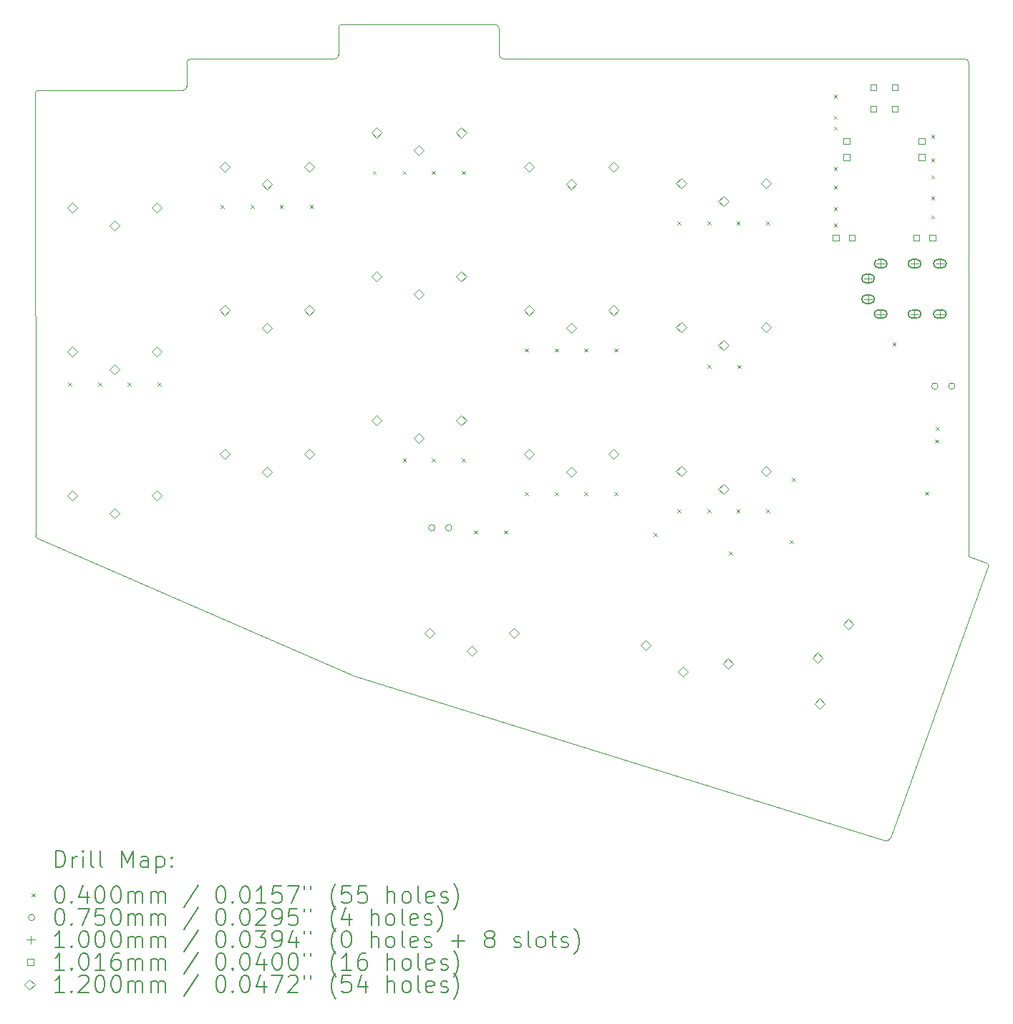
<source format=gbr>
%TF.GenerationSoftware,KiCad,Pcbnew,7.0.1*%
%TF.CreationDate,2023-08-18T18:47:51+06:00*%
%TF.ProjectId,pcb,7063622e-6b69-4636-9164-5f7063625858,rev?*%
%TF.SameCoordinates,Original*%
%TF.FileFunction,Drillmap*%
%TF.FilePolarity,Positive*%
%FSLAX45Y45*%
G04 Gerber Fmt 4.5, Leading zero omitted, Abs format (unit mm)*
G04 Created by KiCad (PCBNEW 7.0.1) date 2023-08-18 18:47:51*
%MOMM*%
%LPD*%
G01*
G04 APERTURE LIST*
%ADD10C,0.100000*%
%ADD11C,0.200000*%
%ADD12C,0.040000*%
%ADD13C,0.075000*%
%ADD14C,0.101600*%
%ADD15C,0.120000*%
G04 APERTURE END LIST*
D10*
X8661881Y-5175963D02*
G75*
G03*
X8702963Y-5131128I-1881J42963D01*
G01*
X8745996Y-4807996D02*
G75*
G03*
X8702996Y-4850996I4J-43004D01*
G01*
X8702963Y-5131128D02*
X8702996Y-4850996D01*
X8661881Y-5175963D02*
X6953203Y-5174498D01*
X6953203Y-5174498D02*
G75*
G03*
X6910203Y-5217498I4J-43004D01*
G01*
X10497749Y-4433749D02*
X10498059Y-4759059D01*
X10450059Y-4807059D02*
X8745996Y-4807996D01*
X17951000Y-10685000D02*
X18160000Y-10764000D01*
X16967214Y-14047020D02*
X10688000Y-12103000D01*
X17950000Y-4855000D02*
X17951000Y-10685000D01*
X10532749Y-4398749D02*
X12354301Y-4400699D01*
X12396184Y-4752816D02*
G75*
G03*
X12450184Y-4806816I53996J-4D01*
G01*
X16967213Y-14047025D02*
G75*
G03*
X17029048Y-14013578I13997J48005D01*
G01*
X6910203Y-5217498D02*
X6914000Y-10443600D01*
X12396301Y-4442699D02*
X12396184Y-4752816D01*
X12396301Y-4442699D02*
G75*
G03*
X12354301Y-4400699I-42002J-2D01*
G01*
X10450059Y-4807059D02*
G75*
G03*
X10498059Y-4759059I1J47999D01*
G01*
X12450184Y-4806816D02*
X17899000Y-4804000D01*
X17950000Y-4855000D02*
G75*
G03*
X17899000Y-4804000I-51000J0D01*
G01*
X18182000Y-10810000D02*
X17029048Y-14013578D01*
X10532749Y-4398749D02*
G75*
G03*
X10497749Y-4433749I1J-35001D01*
G01*
X18182000Y-10810000D02*
G75*
G03*
X18160000Y-10764000I-34000J12000D01*
G01*
X6914001Y-10443600D02*
G75*
G03*
X6928439Y-10470178I27999J-2001D01*
G01*
X6928439Y-10470178D02*
X10688000Y-12103000D01*
D11*
D12*
X7302500Y-8630000D02*
X7342500Y-8670000D01*
X7342500Y-8630000D02*
X7302500Y-8670000D01*
X7657500Y-8630000D02*
X7697500Y-8670000D01*
X7697500Y-8630000D02*
X7657500Y-8670000D01*
X8002500Y-8630000D02*
X8042500Y-8670000D01*
X8042500Y-8630000D02*
X8002500Y-8670000D01*
X8357500Y-8630000D02*
X8397500Y-8670000D01*
X8397500Y-8630000D02*
X8357500Y-8670000D01*
X9102500Y-6530000D02*
X9142500Y-6570000D01*
X9142500Y-6530000D02*
X9102500Y-6570000D01*
X9457500Y-6530000D02*
X9497500Y-6570000D01*
X9497500Y-6530000D02*
X9457500Y-6570000D01*
X9802500Y-6530000D02*
X9842500Y-6570000D01*
X9842500Y-6530000D02*
X9802500Y-6570000D01*
X10157500Y-6530000D02*
X10197500Y-6570000D01*
X10197500Y-6530000D02*
X10157500Y-6570000D01*
X10902500Y-6130000D02*
X10942500Y-6170000D01*
X10942500Y-6130000D02*
X10902500Y-6170000D01*
X11257500Y-6130000D02*
X11297500Y-6170000D01*
X11297500Y-6130000D02*
X11257500Y-6170000D01*
X11257500Y-9530000D02*
X11297500Y-9570000D01*
X11297500Y-9530000D02*
X11257500Y-9570000D01*
X11602500Y-6130000D02*
X11642500Y-6170000D01*
X11642500Y-6130000D02*
X11602500Y-6170000D01*
X11602500Y-9530000D02*
X11642500Y-9570000D01*
X11642500Y-9530000D02*
X11602500Y-9570000D01*
X11957500Y-6130000D02*
X11997500Y-6170000D01*
X11997500Y-6130000D02*
X11957500Y-6170000D01*
X11957500Y-9530000D02*
X11997500Y-9570000D01*
X11997500Y-9530000D02*
X11957500Y-9570000D01*
X12102500Y-10380000D02*
X12142500Y-10420000D01*
X12142500Y-10380000D02*
X12102500Y-10420000D01*
X12457500Y-10380000D02*
X12497500Y-10420000D01*
X12497500Y-10380000D02*
X12457500Y-10420000D01*
X12702500Y-8230000D02*
X12742500Y-8270000D01*
X12742500Y-8230000D02*
X12702500Y-8270000D01*
X12702500Y-9930000D02*
X12742500Y-9970000D01*
X12742500Y-9930000D02*
X12702500Y-9970000D01*
X13057500Y-8230000D02*
X13097500Y-8270000D01*
X13097500Y-8230000D02*
X13057500Y-8270000D01*
X13057500Y-9930000D02*
X13097500Y-9970000D01*
X13097500Y-9930000D02*
X13057500Y-9970000D01*
X13402500Y-8230000D02*
X13442500Y-8270000D01*
X13442500Y-8230000D02*
X13402500Y-8270000D01*
X13402500Y-9930000D02*
X13442500Y-9970000D01*
X13442500Y-9930000D02*
X13402500Y-9970000D01*
X13757500Y-8230000D02*
X13797500Y-8270000D01*
X13797500Y-8230000D02*
X13757500Y-8270000D01*
X13757500Y-9930000D02*
X13797500Y-9970000D01*
X13797500Y-9930000D02*
X13757500Y-9970000D01*
X14225000Y-10409000D02*
X14265000Y-10449000D01*
X14265000Y-10409000D02*
X14225000Y-10449000D01*
X14502500Y-6730000D02*
X14542500Y-6770000D01*
X14542500Y-6730000D02*
X14502500Y-6770000D01*
X14502500Y-10130000D02*
X14542500Y-10170000D01*
X14542500Y-10130000D02*
X14502500Y-10170000D01*
X14857500Y-6730000D02*
X14897500Y-6770000D01*
X14897500Y-6730000D02*
X14857500Y-6770000D01*
X14857500Y-10130000D02*
X14897500Y-10170000D01*
X14897500Y-10130000D02*
X14857500Y-10170000D01*
X14858000Y-8423000D02*
X14898000Y-8463000D01*
X14898000Y-8423000D02*
X14858000Y-8463000D01*
X15111616Y-10630000D02*
X15151616Y-10670000D01*
X15151616Y-10630000D02*
X15111616Y-10670000D01*
X15202500Y-6730000D02*
X15242500Y-6770000D01*
X15242500Y-6730000D02*
X15202500Y-6770000D01*
X15202500Y-10130000D02*
X15242500Y-10170000D01*
X15242500Y-10130000D02*
X15202500Y-10170000D01*
X15213000Y-8425000D02*
X15253000Y-8465000D01*
X15253000Y-8425000D02*
X15213000Y-8465000D01*
X15557500Y-6730000D02*
X15597500Y-6770000D01*
X15597500Y-6730000D02*
X15557500Y-6770000D01*
X15557500Y-10130000D02*
X15597500Y-10170000D01*
X15597500Y-10130000D02*
X15557500Y-10170000D01*
X15836000Y-10495000D02*
X15876000Y-10535000D01*
X15876000Y-10495000D02*
X15836000Y-10535000D01*
X15859000Y-9761000D02*
X15899000Y-9801000D01*
X15899000Y-9761000D02*
X15859000Y-9801000D01*
X16353770Y-6081230D02*
X16393770Y-6121230D01*
X16393770Y-6081230D02*
X16353770Y-6121230D01*
X16355000Y-5230000D02*
X16395000Y-5270000D01*
X16395000Y-5230000D02*
X16355000Y-5270000D01*
X16355000Y-5479150D02*
X16395000Y-5519150D01*
X16395000Y-5479150D02*
X16355000Y-5519150D01*
X16355000Y-5605000D02*
X16395000Y-5645000D01*
X16395000Y-5605000D02*
X16355000Y-5645000D01*
X16355000Y-6305000D02*
X16395000Y-6345000D01*
X16395000Y-6305000D02*
X16355000Y-6345000D01*
X16355000Y-6555000D02*
X16395000Y-6595000D01*
X16395000Y-6555000D02*
X16355000Y-6595000D01*
X16355000Y-6755000D02*
X16395000Y-6795000D01*
X16395000Y-6755000D02*
X16355000Y-6795000D01*
X17049000Y-8161000D02*
X17089000Y-8201000D01*
X17089000Y-8161000D02*
X17049000Y-8201000D01*
X17432000Y-9924000D02*
X17472000Y-9964000D01*
X17472000Y-9924000D02*
X17432000Y-9964000D01*
X17505000Y-5705000D02*
X17545000Y-5745000D01*
X17545000Y-5705000D02*
X17505000Y-5745000D01*
X17505000Y-5980000D02*
X17545000Y-6020000D01*
X17545000Y-5980000D02*
X17505000Y-6020000D01*
X17505000Y-6180000D02*
X17545000Y-6220000D01*
X17545000Y-6180000D02*
X17505000Y-6220000D01*
X17505000Y-6430000D02*
X17545000Y-6470000D01*
X17545000Y-6430000D02*
X17505000Y-6470000D01*
X17505000Y-6655000D02*
X17545000Y-6695000D01*
X17545000Y-6655000D02*
X17505000Y-6695000D01*
X17555000Y-9305000D02*
X17595000Y-9345000D01*
X17595000Y-9305000D02*
X17555000Y-9345000D01*
X17562000Y-9155000D02*
X17602000Y-9195000D01*
X17602000Y-9155000D02*
X17562000Y-9195000D01*
D13*
X11637500Y-10350000D02*
G75*
G03*
X11637500Y-10350000I-37500J0D01*
G01*
X11837500Y-10350000D02*
G75*
G03*
X11837500Y-10350000I-37500J0D01*
G01*
X17587500Y-8675000D02*
G75*
G03*
X17587500Y-8675000I-37500J0D01*
G01*
X17787500Y-8675000D02*
G75*
G03*
X17787500Y-8675000I-37500J0D01*
G01*
D10*
X16760000Y-7352500D02*
X16760000Y-7452500D01*
X16710000Y-7402500D02*
X16810000Y-7402500D01*
D11*
X16785000Y-7352500D02*
X16735000Y-7352500D01*
X16735000Y-7352500D02*
G75*
G03*
X16735000Y-7452500I0J-50000D01*
G01*
X16735000Y-7452500D02*
X16785000Y-7452500D01*
X16785000Y-7452500D02*
G75*
G03*
X16785000Y-7352500I0J50000D01*
G01*
D10*
X16760000Y-7597500D02*
X16760000Y-7697500D01*
X16710000Y-7647500D02*
X16810000Y-7647500D01*
D11*
X16785000Y-7597500D02*
X16735000Y-7597500D01*
X16735000Y-7597500D02*
G75*
G03*
X16735000Y-7697500I0J-50000D01*
G01*
X16735000Y-7697500D02*
X16785000Y-7697500D01*
X16785000Y-7697500D02*
G75*
G03*
X16785000Y-7597500I0J50000D01*
G01*
D10*
X16910000Y-7177500D02*
X16910000Y-7277500D01*
X16860000Y-7227500D02*
X16960000Y-7227500D01*
D11*
X16935000Y-7177500D02*
X16885000Y-7177500D01*
X16885000Y-7177500D02*
G75*
G03*
X16885000Y-7277500I0J-50000D01*
G01*
X16885000Y-7277500D02*
X16935000Y-7277500D01*
X16935000Y-7277500D02*
G75*
G03*
X16935000Y-7177500I0J50000D01*
G01*
D10*
X16910000Y-7772500D02*
X16910000Y-7872500D01*
X16860000Y-7822500D02*
X16960000Y-7822500D01*
D11*
X16935000Y-7772500D02*
X16885000Y-7772500D01*
X16885000Y-7772500D02*
G75*
G03*
X16885000Y-7872500I0J-50000D01*
G01*
X16885000Y-7872500D02*
X16935000Y-7872500D01*
X16935000Y-7872500D02*
G75*
G03*
X16935000Y-7772500I0J50000D01*
G01*
D10*
X17310000Y-7177500D02*
X17310000Y-7277500D01*
X17260000Y-7227500D02*
X17360000Y-7227500D01*
D11*
X17335000Y-7177500D02*
X17285000Y-7177500D01*
X17285000Y-7177500D02*
G75*
G03*
X17285000Y-7277500I0J-50000D01*
G01*
X17285000Y-7277500D02*
X17335000Y-7277500D01*
X17335000Y-7277500D02*
G75*
G03*
X17335000Y-7177500I0J50000D01*
G01*
D10*
X17310000Y-7772500D02*
X17310000Y-7872500D01*
X17260000Y-7822500D02*
X17360000Y-7822500D01*
D11*
X17335000Y-7772500D02*
X17285000Y-7772500D01*
X17285000Y-7772500D02*
G75*
G03*
X17285000Y-7872500I0J-50000D01*
G01*
X17285000Y-7872500D02*
X17335000Y-7872500D01*
X17335000Y-7872500D02*
G75*
G03*
X17335000Y-7772500I0J50000D01*
G01*
D10*
X17610000Y-7177500D02*
X17610000Y-7277500D01*
X17560000Y-7227500D02*
X17660000Y-7227500D01*
D11*
X17635000Y-7177500D02*
X17585000Y-7177500D01*
X17585000Y-7177500D02*
G75*
G03*
X17585000Y-7277500I0J-50000D01*
G01*
X17585000Y-7277500D02*
X17635000Y-7277500D01*
X17635000Y-7277500D02*
G75*
G03*
X17635000Y-7177500I0J50000D01*
G01*
D10*
X17610000Y-7772500D02*
X17610000Y-7872500D01*
X17560000Y-7822500D02*
X17660000Y-7822500D01*
D11*
X17585000Y-7872500D02*
X17635000Y-7872500D01*
X17635000Y-7872500D02*
G75*
G03*
X17635000Y-7772500I0J50000D01*
G01*
X17635000Y-7772500D02*
X17585000Y-7772500D01*
X17585000Y-7772500D02*
G75*
G03*
X17585000Y-7872500I0J-50000D01*
G01*
D14*
X16414421Y-6956721D02*
X16414421Y-6884879D01*
X16342579Y-6884879D01*
X16342579Y-6956721D01*
X16414421Y-6956721D01*
X16541421Y-5813721D02*
X16541421Y-5741879D01*
X16469579Y-5741879D01*
X16469579Y-5813721D01*
X16541421Y-5813721D01*
X16541421Y-6004221D02*
X16541421Y-5932379D01*
X16469579Y-5932379D01*
X16469579Y-6004221D01*
X16541421Y-6004221D01*
X16604921Y-6956721D02*
X16604921Y-6884879D01*
X16533079Y-6884879D01*
X16533079Y-6956721D01*
X16604921Y-6956721D01*
X16858921Y-5178721D02*
X16858921Y-5106879D01*
X16787079Y-5106879D01*
X16787079Y-5178721D01*
X16858921Y-5178721D01*
X16858921Y-5178721D02*
X16858921Y-5106879D01*
X16787079Y-5106879D01*
X16787079Y-5178721D01*
X16858921Y-5178721D01*
X16858921Y-5432721D02*
X16858921Y-5360879D01*
X16787079Y-5360879D01*
X16787079Y-5432721D01*
X16858921Y-5432721D01*
X16858921Y-5432721D02*
X16858921Y-5360879D01*
X16787079Y-5360879D01*
X16787079Y-5432721D01*
X16858921Y-5432721D01*
X17112921Y-5178721D02*
X17112921Y-5106879D01*
X17041079Y-5106879D01*
X17041079Y-5178721D01*
X17112921Y-5178721D01*
X17112921Y-5178721D02*
X17112921Y-5106879D01*
X17041079Y-5106879D01*
X17041079Y-5178721D01*
X17112921Y-5178721D01*
X17112921Y-5432721D02*
X17112921Y-5360879D01*
X17041079Y-5360879D01*
X17041079Y-5432721D01*
X17112921Y-5432721D01*
X17112921Y-5432721D02*
X17112921Y-5360879D01*
X17041079Y-5360879D01*
X17041079Y-5432721D01*
X17112921Y-5432721D01*
X17366921Y-6956721D02*
X17366921Y-6884879D01*
X17295079Y-6884879D01*
X17295079Y-6956721D01*
X17366921Y-6956721D01*
X17430421Y-5813721D02*
X17430421Y-5741879D01*
X17358579Y-5741879D01*
X17358579Y-5813721D01*
X17430421Y-5813721D01*
X17430421Y-6004221D02*
X17430421Y-5932379D01*
X17358579Y-5932379D01*
X17358579Y-6004221D01*
X17430421Y-6004221D01*
X17557421Y-6956721D02*
X17557421Y-6884879D01*
X17485579Y-6884879D01*
X17485579Y-6956721D01*
X17557421Y-6956721D01*
D15*
X7348000Y-6627000D02*
X7408000Y-6567000D01*
X7348000Y-6507000D01*
X7288000Y-6567000D01*
X7348000Y-6627000D01*
X7349000Y-8327000D02*
X7409000Y-8267000D01*
X7349000Y-8207000D01*
X7289000Y-8267000D01*
X7349000Y-8327000D01*
X7349000Y-10027000D02*
X7409000Y-9967000D01*
X7349000Y-9907000D01*
X7289000Y-9967000D01*
X7349000Y-10027000D01*
X7848000Y-6837000D02*
X7908000Y-6777000D01*
X7848000Y-6717000D01*
X7788000Y-6777000D01*
X7848000Y-6837000D01*
X7849000Y-8537000D02*
X7909000Y-8477000D01*
X7849000Y-8417000D01*
X7789000Y-8477000D01*
X7849000Y-8537000D01*
X7849000Y-10237000D02*
X7909000Y-10177000D01*
X7849000Y-10117000D01*
X7789000Y-10177000D01*
X7849000Y-10237000D01*
X8348000Y-6627000D02*
X8408000Y-6567000D01*
X8348000Y-6507000D01*
X8288000Y-6567000D01*
X8348000Y-6627000D01*
X8349000Y-8327000D02*
X8409000Y-8267000D01*
X8349000Y-8207000D01*
X8289000Y-8267000D01*
X8349000Y-8327000D01*
X8349000Y-10027000D02*
X8409000Y-9967000D01*
X8349000Y-9907000D01*
X8289000Y-9967000D01*
X8349000Y-10027000D01*
X9150000Y-6140000D02*
X9210000Y-6080000D01*
X9150000Y-6020000D01*
X9090000Y-6080000D01*
X9150000Y-6140000D01*
X9150000Y-7840000D02*
X9210000Y-7780000D01*
X9150000Y-7720000D01*
X9090000Y-7780000D01*
X9150000Y-7840000D01*
X9150000Y-9540000D02*
X9210000Y-9480000D01*
X9150000Y-9420000D01*
X9090000Y-9480000D01*
X9150000Y-9540000D01*
X9650000Y-6350000D02*
X9710000Y-6290000D01*
X9650000Y-6230000D01*
X9590000Y-6290000D01*
X9650000Y-6350000D01*
X9650000Y-8050000D02*
X9710000Y-7990000D01*
X9650000Y-7930000D01*
X9590000Y-7990000D01*
X9650000Y-8050000D01*
X9650000Y-9750000D02*
X9710000Y-9690000D01*
X9650000Y-9630000D01*
X9590000Y-9690000D01*
X9650000Y-9750000D01*
X10150000Y-6140000D02*
X10210000Y-6080000D01*
X10150000Y-6020000D01*
X10090000Y-6080000D01*
X10150000Y-6140000D01*
X10150000Y-7840000D02*
X10210000Y-7780000D01*
X10150000Y-7720000D01*
X10090000Y-7780000D01*
X10150000Y-7840000D01*
X10150000Y-9540000D02*
X10210000Y-9480000D01*
X10150000Y-9420000D01*
X10090000Y-9480000D01*
X10150000Y-9540000D01*
X10950000Y-5740000D02*
X11010000Y-5680000D01*
X10950000Y-5620000D01*
X10890000Y-5680000D01*
X10950000Y-5740000D01*
X10950000Y-7440000D02*
X11010000Y-7380000D01*
X10950000Y-7320000D01*
X10890000Y-7380000D01*
X10950000Y-7440000D01*
X10950000Y-9140000D02*
X11010000Y-9080000D01*
X10950000Y-9020000D01*
X10890000Y-9080000D01*
X10950000Y-9140000D01*
X11450000Y-5950000D02*
X11510000Y-5890000D01*
X11450000Y-5830000D01*
X11390000Y-5890000D01*
X11450000Y-5950000D01*
X11450000Y-7650000D02*
X11510000Y-7590000D01*
X11450000Y-7530000D01*
X11390000Y-7590000D01*
X11450000Y-7650000D01*
X11450000Y-9350000D02*
X11510000Y-9290000D01*
X11450000Y-9230000D01*
X11390000Y-9290000D01*
X11450000Y-9350000D01*
X11571000Y-11653000D02*
X11631000Y-11593000D01*
X11571000Y-11533000D01*
X11511000Y-11593000D01*
X11571000Y-11653000D01*
X11950000Y-5740000D02*
X12010000Y-5680000D01*
X11950000Y-5620000D01*
X11890000Y-5680000D01*
X11950000Y-5740000D01*
X11950000Y-7440000D02*
X12010000Y-7380000D01*
X11950000Y-7320000D01*
X11890000Y-7380000D01*
X11950000Y-7440000D01*
X11950000Y-9140000D02*
X12010000Y-9080000D01*
X11950000Y-9020000D01*
X11890000Y-9080000D01*
X11950000Y-9140000D01*
X12071000Y-11863000D02*
X12131000Y-11803000D01*
X12071000Y-11743000D01*
X12011000Y-11803000D01*
X12071000Y-11863000D01*
X12571000Y-11653000D02*
X12631000Y-11593000D01*
X12571000Y-11533000D01*
X12511000Y-11593000D01*
X12571000Y-11653000D01*
X12750000Y-6140000D02*
X12810000Y-6080000D01*
X12750000Y-6020000D01*
X12690000Y-6080000D01*
X12750000Y-6140000D01*
X12750000Y-7840000D02*
X12810000Y-7780000D01*
X12750000Y-7720000D01*
X12690000Y-7780000D01*
X12750000Y-7840000D01*
X12750000Y-9540000D02*
X12810000Y-9480000D01*
X12750000Y-9420000D01*
X12690000Y-9480000D01*
X12750000Y-9540000D01*
X13250000Y-6350000D02*
X13310000Y-6290000D01*
X13250000Y-6230000D01*
X13190000Y-6290000D01*
X13250000Y-6350000D01*
X13250000Y-8050000D02*
X13310000Y-7990000D01*
X13250000Y-7930000D01*
X13190000Y-7990000D01*
X13250000Y-8050000D01*
X13250000Y-9750000D02*
X13310000Y-9690000D01*
X13250000Y-9630000D01*
X13190000Y-9690000D01*
X13250000Y-9750000D01*
X13750000Y-6140000D02*
X13810000Y-6080000D01*
X13750000Y-6020000D01*
X13690000Y-6080000D01*
X13750000Y-6140000D01*
X13750000Y-7840000D02*
X13810000Y-7780000D01*
X13750000Y-7720000D01*
X13690000Y-7780000D01*
X13750000Y-7840000D01*
X13750000Y-9540000D02*
X13810000Y-9480000D01*
X13750000Y-9420000D01*
X13690000Y-9480000D01*
X13750000Y-9540000D01*
X14128605Y-11797773D02*
X14188605Y-11737773D01*
X14128605Y-11677773D01*
X14068605Y-11737773D01*
X14128605Y-11797773D01*
X14550000Y-6340000D02*
X14610000Y-6280000D01*
X14550000Y-6220000D01*
X14490000Y-6280000D01*
X14550000Y-6340000D01*
X14550000Y-8040000D02*
X14610000Y-7980000D01*
X14550000Y-7920000D01*
X14490000Y-7980000D01*
X14550000Y-8040000D01*
X14550000Y-9740000D02*
X14610000Y-9680000D01*
X14550000Y-9620000D01*
X14490000Y-9680000D01*
X14550000Y-9740000D01*
X14571301Y-12111015D02*
X14631301Y-12051015D01*
X14571301Y-11991015D01*
X14511301Y-12051015D01*
X14571301Y-12111015D01*
X15050000Y-6550000D02*
X15110000Y-6490000D01*
X15050000Y-6430000D01*
X14990000Y-6490000D01*
X15050000Y-6550000D01*
X15050000Y-8250000D02*
X15110000Y-8190000D01*
X15050000Y-8130000D01*
X14990000Y-8190000D01*
X15050000Y-8250000D01*
X15050000Y-9950000D02*
X15110000Y-9890000D01*
X15050000Y-9830000D01*
X14990000Y-9890000D01*
X15050000Y-9950000D01*
X15104901Y-12014212D02*
X15164901Y-11954212D01*
X15104901Y-11894212D01*
X15044901Y-11954212D01*
X15104901Y-12014212D01*
X15550000Y-6340000D02*
X15610000Y-6280000D01*
X15550000Y-6220000D01*
X15490000Y-6280000D01*
X15550000Y-6340000D01*
X15550000Y-8040000D02*
X15610000Y-7980000D01*
X15550000Y-7920000D01*
X15490000Y-7980000D01*
X15550000Y-8040000D01*
X15550000Y-9740000D02*
X15610000Y-9680000D01*
X15550000Y-9620000D01*
X15490000Y-9680000D01*
X15550000Y-9740000D01*
X16160581Y-11947208D02*
X16220581Y-11887208D01*
X16160581Y-11827208D01*
X16100581Y-11887208D01*
X16160581Y-11947208D01*
X16186907Y-12488879D02*
X16246907Y-12428879D01*
X16186907Y-12368879D01*
X16126907Y-12428879D01*
X16186907Y-12488879D01*
X16528927Y-11549186D02*
X16588927Y-11489186D01*
X16528927Y-11429186D01*
X16468927Y-11489186D01*
X16528927Y-11549186D01*
D11*
X7152822Y-14366548D02*
X7152822Y-14166548D01*
X7152822Y-14166548D02*
X7200441Y-14166548D01*
X7200441Y-14166548D02*
X7229012Y-14176072D01*
X7229012Y-14176072D02*
X7248060Y-14195119D01*
X7248060Y-14195119D02*
X7257584Y-14214167D01*
X7257584Y-14214167D02*
X7267107Y-14252262D01*
X7267107Y-14252262D02*
X7267107Y-14280833D01*
X7267107Y-14280833D02*
X7257584Y-14318929D01*
X7257584Y-14318929D02*
X7248060Y-14337976D01*
X7248060Y-14337976D02*
X7229012Y-14357024D01*
X7229012Y-14357024D02*
X7200441Y-14366548D01*
X7200441Y-14366548D02*
X7152822Y-14366548D01*
X7352822Y-14366548D02*
X7352822Y-14233214D01*
X7352822Y-14271310D02*
X7362346Y-14252262D01*
X7362346Y-14252262D02*
X7371869Y-14242738D01*
X7371869Y-14242738D02*
X7390917Y-14233214D01*
X7390917Y-14233214D02*
X7409965Y-14233214D01*
X7476631Y-14366548D02*
X7476631Y-14233214D01*
X7476631Y-14166548D02*
X7467107Y-14176072D01*
X7467107Y-14176072D02*
X7476631Y-14185595D01*
X7476631Y-14185595D02*
X7486155Y-14176072D01*
X7486155Y-14176072D02*
X7476631Y-14166548D01*
X7476631Y-14166548D02*
X7476631Y-14185595D01*
X7600441Y-14366548D02*
X7581393Y-14357024D01*
X7581393Y-14357024D02*
X7571869Y-14337976D01*
X7571869Y-14337976D02*
X7571869Y-14166548D01*
X7705203Y-14366548D02*
X7686155Y-14357024D01*
X7686155Y-14357024D02*
X7676631Y-14337976D01*
X7676631Y-14337976D02*
X7676631Y-14166548D01*
X7933774Y-14366548D02*
X7933774Y-14166548D01*
X7933774Y-14166548D02*
X8000441Y-14309405D01*
X8000441Y-14309405D02*
X8067107Y-14166548D01*
X8067107Y-14166548D02*
X8067107Y-14366548D01*
X8248060Y-14366548D02*
X8248060Y-14261786D01*
X8248060Y-14261786D02*
X8238536Y-14242738D01*
X8238536Y-14242738D02*
X8219488Y-14233214D01*
X8219488Y-14233214D02*
X8181393Y-14233214D01*
X8181393Y-14233214D02*
X8162346Y-14242738D01*
X8248060Y-14357024D02*
X8229012Y-14366548D01*
X8229012Y-14366548D02*
X8181393Y-14366548D01*
X8181393Y-14366548D02*
X8162346Y-14357024D01*
X8162346Y-14357024D02*
X8152822Y-14337976D01*
X8152822Y-14337976D02*
X8152822Y-14318929D01*
X8152822Y-14318929D02*
X8162346Y-14299881D01*
X8162346Y-14299881D02*
X8181393Y-14290357D01*
X8181393Y-14290357D02*
X8229012Y-14290357D01*
X8229012Y-14290357D02*
X8248060Y-14280833D01*
X8343298Y-14233214D02*
X8343298Y-14433214D01*
X8343298Y-14242738D02*
X8362346Y-14233214D01*
X8362346Y-14233214D02*
X8400441Y-14233214D01*
X8400441Y-14233214D02*
X8419489Y-14242738D01*
X8419489Y-14242738D02*
X8429012Y-14252262D01*
X8429012Y-14252262D02*
X8438536Y-14271310D01*
X8438536Y-14271310D02*
X8438536Y-14328452D01*
X8438536Y-14328452D02*
X8429012Y-14347500D01*
X8429012Y-14347500D02*
X8419489Y-14357024D01*
X8419489Y-14357024D02*
X8400441Y-14366548D01*
X8400441Y-14366548D02*
X8362346Y-14366548D01*
X8362346Y-14366548D02*
X8343298Y-14357024D01*
X8524250Y-14347500D02*
X8533774Y-14357024D01*
X8533774Y-14357024D02*
X8524250Y-14366548D01*
X8524250Y-14366548D02*
X8514727Y-14357024D01*
X8514727Y-14357024D02*
X8524250Y-14347500D01*
X8524250Y-14347500D02*
X8524250Y-14366548D01*
X8524250Y-14242738D02*
X8533774Y-14252262D01*
X8533774Y-14252262D02*
X8524250Y-14261786D01*
X8524250Y-14261786D02*
X8514727Y-14252262D01*
X8514727Y-14252262D02*
X8524250Y-14242738D01*
X8524250Y-14242738D02*
X8524250Y-14261786D01*
D12*
X6865203Y-14674024D02*
X6905203Y-14714024D01*
X6905203Y-14674024D02*
X6865203Y-14714024D01*
D11*
X7190917Y-14586548D02*
X7209965Y-14586548D01*
X7209965Y-14586548D02*
X7229012Y-14596072D01*
X7229012Y-14596072D02*
X7238536Y-14605595D01*
X7238536Y-14605595D02*
X7248060Y-14624643D01*
X7248060Y-14624643D02*
X7257584Y-14662738D01*
X7257584Y-14662738D02*
X7257584Y-14710357D01*
X7257584Y-14710357D02*
X7248060Y-14748452D01*
X7248060Y-14748452D02*
X7238536Y-14767500D01*
X7238536Y-14767500D02*
X7229012Y-14777024D01*
X7229012Y-14777024D02*
X7209965Y-14786548D01*
X7209965Y-14786548D02*
X7190917Y-14786548D01*
X7190917Y-14786548D02*
X7171869Y-14777024D01*
X7171869Y-14777024D02*
X7162346Y-14767500D01*
X7162346Y-14767500D02*
X7152822Y-14748452D01*
X7152822Y-14748452D02*
X7143298Y-14710357D01*
X7143298Y-14710357D02*
X7143298Y-14662738D01*
X7143298Y-14662738D02*
X7152822Y-14624643D01*
X7152822Y-14624643D02*
X7162346Y-14605595D01*
X7162346Y-14605595D02*
X7171869Y-14596072D01*
X7171869Y-14596072D02*
X7190917Y-14586548D01*
X7343298Y-14767500D02*
X7352822Y-14777024D01*
X7352822Y-14777024D02*
X7343298Y-14786548D01*
X7343298Y-14786548D02*
X7333774Y-14777024D01*
X7333774Y-14777024D02*
X7343298Y-14767500D01*
X7343298Y-14767500D02*
X7343298Y-14786548D01*
X7524250Y-14653214D02*
X7524250Y-14786548D01*
X7476631Y-14577024D02*
X7429012Y-14719881D01*
X7429012Y-14719881D02*
X7552822Y-14719881D01*
X7667107Y-14586548D02*
X7686155Y-14586548D01*
X7686155Y-14586548D02*
X7705203Y-14596072D01*
X7705203Y-14596072D02*
X7714727Y-14605595D01*
X7714727Y-14605595D02*
X7724250Y-14624643D01*
X7724250Y-14624643D02*
X7733774Y-14662738D01*
X7733774Y-14662738D02*
X7733774Y-14710357D01*
X7733774Y-14710357D02*
X7724250Y-14748452D01*
X7724250Y-14748452D02*
X7714727Y-14767500D01*
X7714727Y-14767500D02*
X7705203Y-14777024D01*
X7705203Y-14777024D02*
X7686155Y-14786548D01*
X7686155Y-14786548D02*
X7667107Y-14786548D01*
X7667107Y-14786548D02*
X7648060Y-14777024D01*
X7648060Y-14777024D02*
X7638536Y-14767500D01*
X7638536Y-14767500D02*
X7629012Y-14748452D01*
X7629012Y-14748452D02*
X7619488Y-14710357D01*
X7619488Y-14710357D02*
X7619488Y-14662738D01*
X7619488Y-14662738D02*
X7629012Y-14624643D01*
X7629012Y-14624643D02*
X7638536Y-14605595D01*
X7638536Y-14605595D02*
X7648060Y-14596072D01*
X7648060Y-14596072D02*
X7667107Y-14586548D01*
X7857584Y-14586548D02*
X7876631Y-14586548D01*
X7876631Y-14586548D02*
X7895679Y-14596072D01*
X7895679Y-14596072D02*
X7905203Y-14605595D01*
X7905203Y-14605595D02*
X7914727Y-14624643D01*
X7914727Y-14624643D02*
X7924250Y-14662738D01*
X7924250Y-14662738D02*
X7924250Y-14710357D01*
X7924250Y-14710357D02*
X7914727Y-14748452D01*
X7914727Y-14748452D02*
X7905203Y-14767500D01*
X7905203Y-14767500D02*
X7895679Y-14777024D01*
X7895679Y-14777024D02*
X7876631Y-14786548D01*
X7876631Y-14786548D02*
X7857584Y-14786548D01*
X7857584Y-14786548D02*
X7838536Y-14777024D01*
X7838536Y-14777024D02*
X7829012Y-14767500D01*
X7829012Y-14767500D02*
X7819488Y-14748452D01*
X7819488Y-14748452D02*
X7809965Y-14710357D01*
X7809965Y-14710357D02*
X7809965Y-14662738D01*
X7809965Y-14662738D02*
X7819488Y-14624643D01*
X7819488Y-14624643D02*
X7829012Y-14605595D01*
X7829012Y-14605595D02*
X7838536Y-14596072D01*
X7838536Y-14596072D02*
X7857584Y-14586548D01*
X8009965Y-14786548D02*
X8009965Y-14653214D01*
X8009965Y-14672262D02*
X8019488Y-14662738D01*
X8019488Y-14662738D02*
X8038536Y-14653214D01*
X8038536Y-14653214D02*
X8067108Y-14653214D01*
X8067108Y-14653214D02*
X8086155Y-14662738D01*
X8086155Y-14662738D02*
X8095679Y-14681786D01*
X8095679Y-14681786D02*
X8095679Y-14786548D01*
X8095679Y-14681786D02*
X8105203Y-14662738D01*
X8105203Y-14662738D02*
X8124250Y-14653214D01*
X8124250Y-14653214D02*
X8152822Y-14653214D01*
X8152822Y-14653214D02*
X8171869Y-14662738D01*
X8171869Y-14662738D02*
X8181393Y-14681786D01*
X8181393Y-14681786D02*
X8181393Y-14786548D01*
X8276631Y-14786548D02*
X8276631Y-14653214D01*
X8276631Y-14672262D02*
X8286155Y-14662738D01*
X8286155Y-14662738D02*
X8305203Y-14653214D01*
X8305203Y-14653214D02*
X8333774Y-14653214D01*
X8333774Y-14653214D02*
X8352822Y-14662738D01*
X8352822Y-14662738D02*
X8362346Y-14681786D01*
X8362346Y-14681786D02*
X8362346Y-14786548D01*
X8362346Y-14681786D02*
X8371869Y-14662738D01*
X8371869Y-14662738D02*
X8390917Y-14653214D01*
X8390917Y-14653214D02*
X8419489Y-14653214D01*
X8419489Y-14653214D02*
X8438536Y-14662738D01*
X8438536Y-14662738D02*
X8448060Y-14681786D01*
X8448060Y-14681786D02*
X8448060Y-14786548D01*
X8838536Y-14577024D02*
X8667108Y-14834167D01*
X9095679Y-14586548D02*
X9114727Y-14586548D01*
X9114727Y-14586548D02*
X9133774Y-14596072D01*
X9133774Y-14596072D02*
X9143298Y-14605595D01*
X9143298Y-14605595D02*
X9152822Y-14624643D01*
X9152822Y-14624643D02*
X9162346Y-14662738D01*
X9162346Y-14662738D02*
X9162346Y-14710357D01*
X9162346Y-14710357D02*
X9152822Y-14748452D01*
X9152822Y-14748452D02*
X9143298Y-14767500D01*
X9143298Y-14767500D02*
X9133774Y-14777024D01*
X9133774Y-14777024D02*
X9114727Y-14786548D01*
X9114727Y-14786548D02*
X9095679Y-14786548D01*
X9095679Y-14786548D02*
X9076632Y-14777024D01*
X9076632Y-14777024D02*
X9067108Y-14767500D01*
X9067108Y-14767500D02*
X9057584Y-14748452D01*
X9057584Y-14748452D02*
X9048060Y-14710357D01*
X9048060Y-14710357D02*
X9048060Y-14662738D01*
X9048060Y-14662738D02*
X9057584Y-14624643D01*
X9057584Y-14624643D02*
X9067108Y-14605595D01*
X9067108Y-14605595D02*
X9076632Y-14596072D01*
X9076632Y-14596072D02*
X9095679Y-14586548D01*
X9248060Y-14767500D02*
X9257584Y-14777024D01*
X9257584Y-14777024D02*
X9248060Y-14786548D01*
X9248060Y-14786548D02*
X9238536Y-14777024D01*
X9238536Y-14777024D02*
X9248060Y-14767500D01*
X9248060Y-14767500D02*
X9248060Y-14786548D01*
X9381393Y-14586548D02*
X9400441Y-14586548D01*
X9400441Y-14586548D02*
X9419489Y-14596072D01*
X9419489Y-14596072D02*
X9429013Y-14605595D01*
X9429013Y-14605595D02*
X9438536Y-14624643D01*
X9438536Y-14624643D02*
X9448060Y-14662738D01*
X9448060Y-14662738D02*
X9448060Y-14710357D01*
X9448060Y-14710357D02*
X9438536Y-14748452D01*
X9438536Y-14748452D02*
X9429013Y-14767500D01*
X9429013Y-14767500D02*
X9419489Y-14777024D01*
X9419489Y-14777024D02*
X9400441Y-14786548D01*
X9400441Y-14786548D02*
X9381393Y-14786548D01*
X9381393Y-14786548D02*
X9362346Y-14777024D01*
X9362346Y-14777024D02*
X9352822Y-14767500D01*
X9352822Y-14767500D02*
X9343298Y-14748452D01*
X9343298Y-14748452D02*
X9333774Y-14710357D01*
X9333774Y-14710357D02*
X9333774Y-14662738D01*
X9333774Y-14662738D02*
X9343298Y-14624643D01*
X9343298Y-14624643D02*
X9352822Y-14605595D01*
X9352822Y-14605595D02*
X9362346Y-14596072D01*
X9362346Y-14596072D02*
X9381393Y-14586548D01*
X9638536Y-14786548D02*
X9524251Y-14786548D01*
X9581393Y-14786548D02*
X9581393Y-14586548D01*
X9581393Y-14586548D02*
X9562346Y-14615119D01*
X9562346Y-14615119D02*
X9543298Y-14634167D01*
X9543298Y-14634167D02*
X9524251Y-14643691D01*
X9819489Y-14586548D02*
X9724251Y-14586548D01*
X9724251Y-14586548D02*
X9714727Y-14681786D01*
X9714727Y-14681786D02*
X9724251Y-14672262D01*
X9724251Y-14672262D02*
X9743298Y-14662738D01*
X9743298Y-14662738D02*
X9790917Y-14662738D01*
X9790917Y-14662738D02*
X9809965Y-14672262D01*
X9809965Y-14672262D02*
X9819489Y-14681786D01*
X9819489Y-14681786D02*
X9829013Y-14700833D01*
X9829013Y-14700833D02*
X9829013Y-14748452D01*
X9829013Y-14748452D02*
X9819489Y-14767500D01*
X9819489Y-14767500D02*
X9809965Y-14777024D01*
X9809965Y-14777024D02*
X9790917Y-14786548D01*
X9790917Y-14786548D02*
X9743298Y-14786548D01*
X9743298Y-14786548D02*
X9724251Y-14777024D01*
X9724251Y-14777024D02*
X9714727Y-14767500D01*
X9895679Y-14586548D02*
X10029013Y-14586548D01*
X10029013Y-14586548D02*
X9943298Y-14786548D01*
X10095679Y-14586548D02*
X10095679Y-14624643D01*
X10171870Y-14586548D02*
X10171870Y-14624643D01*
X10467108Y-14862738D02*
X10457584Y-14853214D01*
X10457584Y-14853214D02*
X10438536Y-14824643D01*
X10438536Y-14824643D02*
X10429013Y-14805595D01*
X10429013Y-14805595D02*
X10419489Y-14777024D01*
X10419489Y-14777024D02*
X10409965Y-14729405D01*
X10409965Y-14729405D02*
X10409965Y-14691310D01*
X10409965Y-14691310D02*
X10419489Y-14643691D01*
X10419489Y-14643691D02*
X10429013Y-14615119D01*
X10429013Y-14615119D02*
X10438536Y-14596072D01*
X10438536Y-14596072D02*
X10457584Y-14567500D01*
X10457584Y-14567500D02*
X10467108Y-14557976D01*
X10638536Y-14586548D02*
X10543298Y-14586548D01*
X10543298Y-14586548D02*
X10533775Y-14681786D01*
X10533775Y-14681786D02*
X10543298Y-14672262D01*
X10543298Y-14672262D02*
X10562346Y-14662738D01*
X10562346Y-14662738D02*
X10609965Y-14662738D01*
X10609965Y-14662738D02*
X10629013Y-14672262D01*
X10629013Y-14672262D02*
X10638536Y-14681786D01*
X10638536Y-14681786D02*
X10648060Y-14700833D01*
X10648060Y-14700833D02*
X10648060Y-14748452D01*
X10648060Y-14748452D02*
X10638536Y-14767500D01*
X10638536Y-14767500D02*
X10629013Y-14777024D01*
X10629013Y-14777024D02*
X10609965Y-14786548D01*
X10609965Y-14786548D02*
X10562346Y-14786548D01*
X10562346Y-14786548D02*
X10543298Y-14777024D01*
X10543298Y-14777024D02*
X10533775Y-14767500D01*
X10829013Y-14586548D02*
X10733775Y-14586548D01*
X10733775Y-14586548D02*
X10724251Y-14681786D01*
X10724251Y-14681786D02*
X10733775Y-14672262D01*
X10733775Y-14672262D02*
X10752822Y-14662738D01*
X10752822Y-14662738D02*
X10800441Y-14662738D01*
X10800441Y-14662738D02*
X10819489Y-14672262D01*
X10819489Y-14672262D02*
X10829013Y-14681786D01*
X10829013Y-14681786D02*
X10838536Y-14700833D01*
X10838536Y-14700833D02*
X10838536Y-14748452D01*
X10838536Y-14748452D02*
X10829013Y-14767500D01*
X10829013Y-14767500D02*
X10819489Y-14777024D01*
X10819489Y-14777024D02*
X10800441Y-14786548D01*
X10800441Y-14786548D02*
X10752822Y-14786548D01*
X10752822Y-14786548D02*
X10733775Y-14777024D01*
X10733775Y-14777024D02*
X10724251Y-14767500D01*
X11076632Y-14786548D02*
X11076632Y-14586548D01*
X11162346Y-14786548D02*
X11162346Y-14681786D01*
X11162346Y-14681786D02*
X11152822Y-14662738D01*
X11152822Y-14662738D02*
X11133775Y-14653214D01*
X11133775Y-14653214D02*
X11105203Y-14653214D01*
X11105203Y-14653214D02*
X11086156Y-14662738D01*
X11086156Y-14662738D02*
X11076632Y-14672262D01*
X11286155Y-14786548D02*
X11267108Y-14777024D01*
X11267108Y-14777024D02*
X11257584Y-14767500D01*
X11257584Y-14767500D02*
X11248060Y-14748452D01*
X11248060Y-14748452D02*
X11248060Y-14691310D01*
X11248060Y-14691310D02*
X11257584Y-14672262D01*
X11257584Y-14672262D02*
X11267108Y-14662738D01*
X11267108Y-14662738D02*
X11286155Y-14653214D01*
X11286155Y-14653214D02*
X11314727Y-14653214D01*
X11314727Y-14653214D02*
X11333775Y-14662738D01*
X11333775Y-14662738D02*
X11343298Y-14672262D01*
X11343298Y-14672262D02*
X11352822Y-14691310D01*
X11352822Y-14691310D02*
X11352822Y-14748452D01*
X11352822Y-14748452D02*
X11343298Y-14767500D01*
X11343298Y-14767500D02*
X11333775Y-14777024D01*
X11333775Y-14777024D02*
X11314727Y-14786548D01*
X11314727Y-14786548D02*
X11286155Y-14786548D01*
X11467108Y-14786548D02*
X11448060Y-14777024D01*
X11448060Y-14777024D02*
X11438536Y-14757976D01*
X11438536Y-14757976D02*
X11438536Y-14586548D01*
X11619489Y-14777024D02*
X11600441Y-14786548D01*
X11600441Y-14786548D02*
X11562346Y-14786548D01*
X11562346Y-14786548D02*
X11543298Y-14777024D01*
X11543298Y-14777024D02*
X11533775Y-14757976D01*
X11533775Y-14757976D02*
X11533775Y-14681786D01*
X11533775Y-14681786D02*
X11543298Y-14662738D01*
X11543298Y-14662738D02*
X11562346Y-14653214D01*
X11562346Y-14653214D02*
X11600441Y-14653214D01*
X11600441Y-14653214D02*
X11619489Y-14662738D01*
X11619489Y-14662738D02*
X11629013Y-14681786D01*
X11629013Y-14681786D02*
X11629013Y-14700833D01*
X11629013Y-14700833D02*
X11533775Y-14719881D01*
X11705203Y-14777024D02*
X11724251Y-14786548D01*
X11724251Y-14786548D02*
X11762346Y-14786548D01*
X11762346Y-14786548D02*
X11781394Y-14777024D01*
X11781394Y-14777024D02*
X11790917Y-14757976D01*
X11790917Y-14757976D02*
X11790917Y-14748452D01*
X11790917Y-14748452D02*
X11781394Y-14729405D01*
X11781394Y-14729405D02*
X11762346Y-14719881D01*
X11762346Y-14719881D02*
X11733775Y-14719881D01*
X11733775Y-14719881D02*
X11714727Y-14710357D01*
X11714727Y-14710357D02*
X11705203Y-14691310D01*
X11705203Y-14691310D02*
X11705203Y-14681786D01*
X11705203Y-14681786D02*
X11714727Y-14662738D01*
X11714727Y-14662738D02*
X11733775Y-14653214D01*
X11733775Y-14653214D02*
X11762346Y-14653214D01*
X11762346Y-14653214D02*
X11781394Y-14662738D01*
X11857584Y-14862738D02*
X11867108Y-14853214D01*
X11867108Y-14853214D02*
X11886156Y-14824643D01*
X11886156Y-14824643D02*
X11895679Y-14805595D01*
X11895679Y-14805595D02*
X11905203Y-14777024D01*
X11905203Y-14777024D02*
X11914727Y-14729405D01*
X11914727Y-14729405D02*
X11914727Y-14691310D01*
X11914727Y-14691310D02*
X11905203Y-14643691D01*
X11905203Y-14643691D02*
X11895679Y-14615119D01*
X11895679Y-14615119D02*
X11886156Y-14596072D01*
X11886156Y-14596072D02*
X11867108Y-14567500D01*
X11867108Y-14567500D02*
X11857584Y-14557976D01*
D13*
X6905203Y-14958024D02*
G75*
G03*
X6905203Y-14958024I-37500J0D01*
G01*
D11*
X7190917Y-14850548D02*
X7209965Y-14850548D01*
X7209965Y-14850548D02*
X7229012Y-14860072D01*
X7229012Y-14860072D02*
X7238536Y-14869595D01*
X7238536Y-14869595D02*
X7248060Y-14888643D01*
X7248060Y-14888643D02*
X7257584Y-14926738D01*
X7257584Y-14926738D02*
X7257584Y-14974357D01*
X7257584Y-14974357D02*
X7248060Y-15012452D01*
X7248060Y-15012452D02*
X7238536Y-15031500D01*
X7238536Y-15031500D02*
X7229012Y-15041024D01*
X7229012Y-15041024D02*
X7209965Y-15050548D01*
X7209965Y-15050548D02*
X7190917Y-15050548D01*
X7190917Y-15050548D02*
X7171869Y-15041024D01*
X7171869Y-15041024D02*
X7162346Y-15031500D01*
X7162346Y-15031500D02*
X7152822Y-15012452D01*
X7152822Y-15012452D02*
X7143298Y-14974357D01*
X7143298Y-14974357D02*
X7143298Y-14926738D01*
X7143298Y-14926738D02*
X7152822Y-14888643D01*
X7152822Y-14888643D02*
X7162346Y-14869595D01*
X7162346Y-14869595D02*
X7171869Y-14860072D01*
X7171869Y-14860072D02*
X7190917Y-14850548D01*
X7343298Y-15031500D02*
X7352822Y-15041024D01*
X7352822Y-15041024D02*
X7343298Y-15050548D01*
X7343298Y-15050548D02*
X7333774Y-15041024D01*
X7333774Y-15041024D02*
X7343298Y-15031500D01*
X7343298Y-15031500D02*
X7343298Y-15050548D01*
X7419488Y-14850548D02*
X7552822Y-14850548D01*
X7552822Y-14850548D02*
X7467107Y-15050548D01*
X7724250Y-14850548D02*
X7629012Y-14850548D01*
X7629012Y-14850548D02*
X7619488Y-14945786D01*
X7619488Y-14945786D02*
X7629012Y-14936262D01*
X7629012Y-14936262D02*
X7648060Y-14926738D01*
X7648060Y-14926738D02*
X7695679Y-14926738D01*
X7695679Y-14926738D02*
X7714727Y-14936262D01*
X7714727Y-14936262D02*
X7724250Y-14945786D01*
X7724250Y-14945786D02*
X7733774Y-14964833D01*
X7733774Y-14964833D02*
X7733774Y-15012452D01*
X7733774Y-15012452D02*
X7724250Y-15031500D01*
X7724250Y-15031500D02*
X7714727Y-15041024D01*
X7714727Y-15041024D02*
X7695679Y-15050548D01*
X7695679Y-15050548D02*
X7648060Y-15050548D01*
X7648060Y-15050548D02*
X7629012Y-15041024D01*
X7629012Y-15041024D02*
X7619488Y-15031500D01*
X7857584Y-14850548D02*
X7876631Y-14850548D01*
X7876631Y-14850548D02*
X7895679Y-14860072D01*
X7895679Y-14860072D02*
X7905203Y-14869595D01*
X7905203Y-14869595D02*
X7914727Y-14888643D01*
X7914727Y-14888643D02*
X7924250Y-14926738D01*
X7924250Y-14926738D02*
X7924250Y-14974357D01*
X7924250Y-14974357D02*
X7914727Y-15012452D01*
X7914727Y-15012452D02*
X7905203Y-15031500D01*
X7905203Y-15031500D02*
X7895679Y-15041024D01*
X7895679Y-15041024D02*
X7876631Y-15050548D01*
X7876631Y-15050548D02*
X7857584Y-15050548D01*
X7857584Y-15050548D02*
X7838536Y-15041024D01*
X7838536Y-15041024D02*
X7829012Y-15031500D01*
X7829012Y-15031500D02*
X7819488Y-15012452D01*
X7819488Y-15012452D02*
X7809965Y-14974357D01*
X7809965Y-14974357D02*
X7809965Y-14926738D01*
X7809965Y-14926738D02*
X7819488Y-14888643D01*
X7819488Y-14888643D02*
X7829012Y-14869595D01*
X7829012Y-14869595D02*
X7838536Y-14860072D01*
X7838536Y-14860072D02*
X7857584Y-14850548D01*
X8009965Y-15050548D02*
X8009965Y-14917214D01*
X8009965Y-14936262D02*
X8019488Y-14926738D01*
X8019488Y-14926738D02*
X8038536Y-14917214D01*
X8038536Y-14917214D02*
X8067108Y-14917214D01*
X8067108Y-14917214D02*
X8086155Y-14926738D01*
X8086155Y-14926738D02*
X8095679Y-14945786D01*
X8095679Y-14945786D02*
X8095679Y-15050548D01*
X8095679Y-14945786D02*
X8105203Y-14926738D01*
X8105203Y-14926738D02*
X8124250Y-14917214D01*
X8124250Y-14917214D02*
X8152822Y-14917214D01*
X8152822Y-14917214D02*
X8171869Y-14926738D01*
X8171869Y-14926738D02*
X8181393Y-14945786D01*
X8181393Y-14945786D02*
X8181393Y-15050548D01*
X8276631Y-15050548D02*
X8276631Y-14917214D01*
X8276631Y-14936262D02*
X8286155Y-14926738D01*
X8286155Y-14926738D02*
X8305203Y-14917214D01*
X8305203Y-14917214D02*
X8333774Y-14917214D01*
X8333774Y-14917214D02*
X8352822Y-14926738D01*
X8352822Y-14926738D02*
X8362346Y-14945786D01*
X8362346Y-14945786D02*
X8362346Y-15050548D01*
X8362346Y-14945786D02*
X8371869Y-14926738D01*
X8371869Y-14926738D02*
X8390917Y-14917214D01*
X8390917Y-14917214D02*
X8419489Y-14917214D01*
X8419489Y-14917214D02*
X8438536Y-14926738D01*
X8438536Y-14926738D02*
X8448060Y-14945786D01*
X8448060Y-14945786D02*
X8448060Y-15050548D01*
X8838536Y-14841024D02*
X8667108Y-15098167D01*
X9095679Y-14850548D02*
X9114727Y-14850548D01*
X9114727Y-14850548D02*
X9133774Y-14860072D01*
X9133774Y-14860072D02*
X9143298Y-14869595D01*
X9143298Y-14869595D02*
X9152822Y-14888643D01*
X9152822Y-14888643D02*
X9162346Y-14926738D01*
X9162346Y-14926738D02*
X9162346Y-14974357D01*
X9162346Y-14974357D02*
X9152822Y-15012452D01*
X9152822Y-15012452D02*
X9143298Y-15031500D01*
X9143298Y-15031500D02*
X9133774Y-15041024D01*
X9133774Y-15041024D02*
X9114727Y-15050548D01*
X9114727Y-15050548D02*
X9095679Y-15050548D01*
X9095679Y-15050548D02*
X9076632Y-15041024D01*
X9076632Y-15041024D02*
X9067108Y-15031500D01*
X9067108Y-15031500D02*
X9057584Y-15012452D01*
X9057584Y-15012452D02*
X9048060Y-14974357D01*
X9048060Y-14974357D02*
X9048060Y-14926738D01*
X9048060Y-14926738D02*
X9057584Y-14888643D01*
X9057584Y-14888643D02*
X9067108Y-14869595D01*
X9067108Y-14869595D02*
X9076632Y-14860072D01*
X9076632Y-14860072D02*
X9095679Y-14850548D01*
X9248060Y-15031500D02*
X9257584Y-15041024D01*
X9257584Y-15041024D02*
X9248060Y-15050548D01*
X9248060Y-15050548D02*
X9238536Y-15041024D01*
X9238536Y-15041024D02*
X9248060Y-15031500D01*
X9248060Y-15031500D02*
X9248060Y-15050548D01*
X9381393Y-14850548D02*
X9400441Y-14850548D01*
X9400441Y-14850548D02*
X9419489Y-14860072D01*
X9419489Y-14860072D02*
X9429013Y-14869595D01*
X9429013Y-14869595D02*
X9438536Y-14888643D01*
X9438536Y-14888643D02*
X9448060Y-14926738D01*
X9448060Y-14926738D02*
X9448060Y-14974357D01*
X9448060Y-14974357D02*
X9438536Y-15012452D01*
X9438536Y-15012452D02*
X9429013Y-15031500D01*
X9429013Y-15031500D02*
X9419489Y-15041024D01*
X9419489Y-15041024D02*
X9400441Y-15050548D01*
X9400441Y-15050548D02*
X9381393Y-15050548D01*
X9381393Y-15050548D02*
X9362346Y-15041024D01*
X9362346Y-15041024D02*
X9352822Y-15031500D01*
X9352822Y-15031500D02*
X9343298Y-15012452D01*
X9343298Y-15012452D02*
X9333774Y-14974357D01*
X9333774Y-14974357D02*
X9333774Y-14926738D01*
X9333774Y-14926738D02*
X9343298Y-14888643D01*
X9343298Y-14888643D02*
X9352822Y-14869595D01*
X9352822Y-14869595D02*
X9362346Y-14860072D01*
X9362346Y-14860072D02*
X9381393Y-14850548D01*
X9524251Y-14869595D02*
X9533774Y-14860072D01*
X9533774Y-14860072D02*
X9552822Y-14850548D01*
X9552822Y-14850548D02*
X9600441Y-14850548D01*
X9600441Y-14850548D02*
X9619489Y-14860072D01*
X9619489Y-14860072D02*
X9629013Y-14869595D01*
X9629013Y-14869595D02*
X9638536Y-14888643D01*
X9638536Y-14888643D02*
X9638536Y-14907691D01*
X9638536Y-14907691D02*
X9629013Y-14936262D01*
X9629013Y-14936262D02*
X9514727Y-15050548D01*
X9514727Y-15050548D02*
X9638536Y-15050548D01*
X9733774Y-15050548D02*
X9771870Y-15050548D01*
X9771870Y-15050548D02*
X9790917Y-15041024D01*
X9790917Y-15041024D02*
X9800441Y-15031500D01*
X9800441Y-15031500D02*
X9819489Y-15002929D01*
X9819489Y-15002929D02*
X9829013Y-14964833D01*
X9829013Y-14964833D02*
X9829013Y-14888643D01*
X9829013Y-14888643D02*
X9819489Y-14869595D01*
X9819489Y-14869595D02*
X9809965Y-14860072D01*
X9809965Y-14860072D02*
X9790917Y-14850548D01*
X9790917Y-14850548D02*
X9752822Y-14850548D01*
X9752822Y-14850548D02*
X9733774Y-14860072D01*
X9733774Y-14860072D02*
X9724251Y-14869595D01*
X9724251Y-14869595D02*
X9714727Y-14888643D01*
X9714727Y-14888643D02*
X9714727Y-14936262D01*
X9714727Y-14936262D02*
X9724251Y-14955310D01*
X9724251Y-14955310D02*
X9733774Y-14964833D01*
X9733774Y-14964833D02*
X9752822Y-14974357D01*
X9752822Y-14974357D02*
X9790917Y-14974357D01*
X9790917Y-14974357D02*
X9809965Y-14964833D01*
X9809965Y-14964833D02*
X9819489Y-14955310D01*
X9819489Y-14955310D02*
X9829013Y-14936262D01*
X10009965Y-14850548D02*
X9914727Y-14850548D01*
X9914727Y-14850548D02*
X9905203Y-14945786D01*
X9905203Y-14945786D02*
X9914727Y-14936262D01*
X9914727Y-14936262D02*
X9933774Y-14926738D01*
X9933774Y-14926738D02*
X9981394Y-14926738D01*
X9981394Y-14926738D02*
X10000441Y-14936262D01*
X10000441Y-14936262D02*
X10009965Y-14945786D01*
X10009965Y-14945786D02*
X10019489Y-14964833D01*
X10019489Y-14964833D02*
X10019489Y-15012452D01*
X10019489Y-15012452D02*
X10009965Y-15031500D01*
X10009965Y-15031500D02*
X10000441Y-15041024D01*
X10000441Y-15041024D02*
X9981394Y-15050548D01*
X9981394Y-15050548D02*
X9933774Y-15050548D01*
X9933774Y-15050548D02*
X9914727Y-15041024D01*
X9914727Y-15041024D02*
X9905203Y-15031500D01*
X10095679Y-14850548D02*
X10095679Y-14888643D01*
X10171870Y-14850548D02*
X10171870Y-14888643D01*
X10467108Y-15126738D02*
X10457584Y-15117214D01*
X10457584Y-15117214D02*
X10438536Y-15088643D01*
X10438536Y-15088643D02*
X10429013Y-15069595D01*
X10429013Y-15069595D02*
X10419489Y-15041024D01*
X10419489Y-15041024D02*
X10409965Y-14993405D01*
X10409965Y-14993405D02*
X10409965Y-14955310D01*
X10409965Y-14955310D02*
X10419489Y-14907691D01*
X10419489Y-14907691D02*
X10429013Y-14879119D01*
X10429013Y-14879119D02*
X10438536Y-14860072D01*
X10438536Y-14860072D02*
X10457584Y-14831500D01*
X10457584Y-14831500D02*
X10467108Y-14821976D01*
X10629013Y-14917214D02*
X10629013Y-15050548D01*
X10581394Y-14841024D02*
X10533775Y-14983881D01*
X10533775Y-14983881D02*
X10657584Y-14983881D01*
X10886156Y-15050548D02*
X10886156Y-14850548D01*
X10971870Y-15050548D02*
X10971870Y-14945786D01*
X10971870Y-14945786D02*
X10962346Y-14926738D01*
X10962346Y-14926738D02*
X10943298Y-14917214D01*
X10943298Y-14917214D02*
X10914727Y-14917214D01*
X10914727Y-14917214D02*
X10895679Y-14926738D01*
X10895679Y-14926738D02*
X10886156Y-14936262D01*
X11095679Y-15050548D02*
X11076632Y-15041024D01*
X11076632Y-15041024D02*
X11067108Y-15031500D01*
X11067108Y-15031500D02*
X11057584Y-15012452D01*
X11057584Y-15012452D02*
X11057584Y-14955310D01*
X11057584Y-14955310D02*
X11067108Y-14936262D01*
X11067108Y-14936262D02*
X11076632Y-14926738D01*
X11076632Y-14926738D02*
X11095679Y-14917214D01*
X11095679Y-14917214D02*
X11124251Y-14917214D01*
X11124251Y-14917214D02*
X11143298Y-14926738D01*
X11143298Y-14926738D02*
X11152822Y-14936262D01*
X11152822Y-14936262D02*
X11162346Y-14955310D01*
X11162346Y-14955310D02*
X11162346Y-15012452D01*
X11162346Y-15012452D02*
X11152822Y-15031500D01*
X11152822Y-15031500D02*
X11143298Y-15041024D01*
X11143298Y-15041024D02*
X11124251Y-15050548D01*
X11124251Y-15050548D02*
X11095679Y-15050548D01*
X11276632Y-15050548D02*
X11257584Y-15041024D01*
X11257584Y-15041024D02*
X11248060Y-15021976D01*
X11248060Y-15021976D02*
X11248060Y-14850548D01*
X11429013Y-15041024D02*
X11409965Y-15050548D01*
X11409965Y-15050548D02*
X11371870Y-15050548D01*
X11371870Y-15050548D02*
X11352822Y-15041024D01*
X11352822Y-15041024D02*
X11343298Y-15021976D01*
X11343298Y-15021976D02*
X11343298Y-14945786D01*
X11343298Y-14945786D02*
X11352822Y-14926738D01*
X11352822Y-14926738D02*
X11371870Y-14917214D01*
X11371870Y-14917214D02*
X11409965Y-14917214D01*
X11409965Y-14917214D02*
X11429013Y-14926738D01*
X11429013Y-14926738D02*
X11438536Y-14945786D01*
X11438536Y-14945786D02*
X11438536Y-14964833D01*
X11438536Y-14964833D02*
X11343298Y-14983881D01*
X11514727Y-15041024D02*
X11533775Y-15050548D01*
X11533775Y-15050548D02*
X11571870Y-15050548D01*
X11571870Y-15050548D02*
X11590917Y-15041024D01*
X11590917Y-15041024D02*
X11600441Y-15021976D01*
X11600441Y-15021976D02*
X11600441Y-15012452D01*
X11600441Y-15012452D02*
X11590917Y-14993405D01*
X11590917Y-14993405D02*
X11571870Y-14983881D01*
X11571870Y-14983881D02*
X11543298Y-14983881D01*
X11543298Y-14983881D02*
X11524251Y-14974357D01*
X11524251Y-14974357D02*
X11514727Y-14955310D01*
X11514727Y-14955310D02*
X11514727Y-14945786D01*
X11514727Y-14945786D02*
X11524251Y-14926738D01*
X11524251Y-14926738D02*
X11543298Y-14917214D01*
X11543298Y-14917214D02*
X11571870Y-14917214D01*
X11571870Y-14917214D02*
X11590917Y-14926738D01*
X11667108Y-15126738D02*
X11676632Y-15117214D01*
X11676632Y-15117214D02*
X11695679Y-15088643D01*
X11695679Y-15088643D02*
X11705203Y-15069595D01*
X11705203Y-15069595D02*
X11714727Y-15041024D01*
X11714727Y-15041024D02*
X11724251Y-14993405D01*
X11724251Y-14993405D02*
X11724251Y-14955310D01*
X11724251Y-14955310D02*
X11714727Y-14907691D01*
X11714727Y-14907691D02*
X11705203Y-14879119D01*
X11705203Y-14879119D02*
X11695679Y-14860072D01*
X11695679Y-14860072D02*
X11676632Y-14831500D01*
X11676632Y-14831500D02*
X11667108Y-14821976D01*
D10*
X6855203Y-15172024D02*
X6855203Y-15272024D01*
X6805203Y-15222024D02*
X6905203Y-15222024D01*
D11*
X7257584Y-15314548D02*
X7143298Y-15314548D01*
X7200441Y-15314548D02*
X7200441Y-15114548D01*
X7200441Y-15114548D02*
X7181393Y-15143119D01*
X7181393Y-15143119D02*
X7162346Y-15162167D01*
X7162346Y-15162167D02*
X7143298Y-15171691D01*
X7343298Y-15295500D02*
X7352822Y-15305024D01*
X7352822Y-15305024D02*
X7343298Y-15314548D01*
X7343298Y-15314548D02*
X7333774Y-15305024D01*
X7333774Y-15305024D02*
X7343298Y-15295500D01*
X7343298Y-15295500D02*
X7343298Y-15314548D01*
X7476631Y-15114548D02*
X7495679Y-15114548D01*
X7495679Y-15114548D02*
X7514727Y-15124072D01*
X7514727Y-15124072D02*
X7524250Y-15133595D01*
X7524250Y-15133595D02*
X7533774Y-15152643D01*
X7533774Y-15152643D02*
X7543298Y-15190738D01*
X7543298Y-15190738D02*
X7543298Y-15238357D01*
X7543298Y-15238357D02*
X7533774Y-15276452D01*
X7533774Y-15276452D02*
X7524250Y-15295500D01*
X7524250Y-15295500D02*
X7514727Y-15305024D01*
X7514727Y-15305024D02*
X7495679Y-15314548D01*
X7495679Y-15314548D02*
X7476631Y-15314548D01*
X7476631Y-15314548D02*
X7457584Y-15305024D01*
X7457584Y-15305024D02*
X7448060Y-15295500D01*
X7448060Y-15295500D02*
X7438536Y-15276452D01*
X7438536Y-15276452D02*
X7429012Y-15238357D01*
X7429012Y-15238357D02*
X7429012Y-15190738D01*
X7429012Y-15190738D02*
X7438536Y-15152643D01*
X7438536Y-15152643D02*
X7448060Y-15133595D01*
X7448060Y-15133595D02*
X7457584Y-15124072D01*
X7457584Y-15124072D02*
X7476631Y-15114548D01*
X7667107Y-15114548D02*
X7686155Y-15114548D01*
X7686155Y-15114548D02*
X7705203Y-15124072D01*
X7705203Y-15124072D02*
X7714727Y-15133595D01*
X7714727Y-15133595D02*
X7724250Y-15152643D01*
X7724250Y-15152643D02*
X7733774Y-15190738D01*
X7733774Y-15190738D02*
X7733774Y-15238357D01*
X7733774Y-15238357D02*
X7724250Y-15276452D01*
X7724250Y-15276452D02*
X7714727Y-15295500D01*
X7714727Y-15295500D02*
X7705203Y-15305024D01*
X7705203Y-15305024D02*
X7686155Y-15314548D01*
X7686155Y-15314548D02*
X7667107Y-15314548D01*
X7667107Y-15314548D02*
X7648060Y-15305024D01*
X7648060Y-15305024D02*
X7638536Y-15295500D01*
X7638536Y-15295500D02*
X7629012Y-15276452D01*
X7629012Y-15276452D02*
X7619488Y-15238357D01*
X7619488Y-15238357D02*
X7619488Y-15190738D01*
X7619488Y-15190738D02*
X7629012Y-15152643D01*
X7629012Y-15152643D02*
X7638536Y-15133595D01*
X7638536Y-15133595D02*
X7648060Y-15124072D01*
X7648060Y-15124072D02*
X7667107Y-15114548D01*
X7857584Y-15114548D02*
X7876631Y-15114548D01*
X7876631Y-15114548D02*
X7895679Y-15124072D01*
X7895679Y-15124072D02*
X7905203Y-15133595D01*
X7905203Y-15133595D02*
X7914727Y-15152643D01*
X7914727Y-15152643D02*
X7924250Y-15190738D01*
X7924250Y-15190738D02*
X7924250Y-15238357D01*
X7924250Y-15238357D02*
X7914727Y-15276452D01*
X7914727Y-15276452D02*
X7905203Y-15295500D01*
X7905203Y-15295500D02*
X7895679Y-15305024D01*
X7895679Y-15305024D02*
X7876631Y-15314548D01*
X7876631Y-15314548D02*
X7857584Y-15314548D01*
X7857584Y-15314548D02*
X7838536Y-15305024D01*
X7838536Y-15305024D02*
X7829012Y-15295500D01*
X7829012Y-15295500D02*
X7819488Y-15276452D01*
X7819488Y-15276452D02*
X7809965Y-15238357D01*
X7809965Y-15238357D02*
X7809965Y-15190738D01*
X7809965Y-15190738D02*
X7819488Y-15152643D01*
X7819488Y-15152643D02*
X7829012Y-15133595D01*
X7829012Y-15133595D02*
X7838536Y-15124072D01*
X7838536Y-15124072D02*
X7857584Y-15114548D01*
X8009965Y-15314548D02*
X8009965Y-15181214D01*
X8009965Y-15200262D02*
X8019488Y-15190738D01*
X8019488Y-15190738D02*
X8038536Y-15181214D01*
X8038536Y-15181214D02*
X8067108Y-15181214D01*
X8067108Y-15181214D02*
X8086155Y-15190738D01*
X8086155Y-15190738D02*
X8095679Y-15209786D01*
X8095679Y-15209786D02*
X8095679Y-15314548D01*
X8095679Y-15209786D02*
X8105203Y-15190738D01*
X8105203Y-15190738D02*
X8124250Y-15181214D01*
X8124250Y-15181214D02*
X8152822Y-15181214D01*
X8152822Y-15181214D02*
X8171869Y-15190738D01*
X8171869Y-15190738D02*
X8181393Y-15209786D01*
X8181393Y-15209786D02*
X8181393Y-15314548D01*
X8276631Y-15314548D02*
X8276631Y-15181214D01*
X8276631Y-15200262D02*
X8286155Y-15190738D01*
X8286155Y-15190738D02*
X8305203Y-15181214D01*
X8305203Y-15181214D02*
X8333774Y-15181214D01*
X8333774Y-15181214D02*
X8352822Y-15190738D01*
X8352822Y-15190738D02*
X8362346Y-15209786D01*
X8362346Y-15209786D02*
X8362346Y-15314548D01*
X8362346Y-15209786D02*
X8371869Y-15190738D01*
X8371869Y-15190738D02*
X8390917Y-15181214D01*
X8390917Y-15181214D02*
X8419489Y-15181214D01*
X8419489Y-15181214D02*
X8438536Y-15190738D01*
X8438536Y-15190738D02*
X8448060Y-15209786D01*
X8448060Y-15209786D02*
X8448060Y-15314548D01*
X8838536Y-15105024D02*
X8667108Y-15362167D01*
X9095679Y-15114548D02*
X9114727Y-15114548D01*
X9114727Y-15114548D02*
X9133774Y-15124072D01*
X9133774Y-15124072D02*
X9143298Y-15133595D01*
X9143298Y-15133595D02*
X9152822Y-15152643D01*
X9152822Y-15152643D02*
X9162346Y-15190738D01*
X9162346Y-15190738D02*
X9162346Y-15238357D01*
X9162346Y-15238357D02*
X9152822Y-15276452D01*
X9152822Y-15276452D02*
X9143298Y-15295500D01*
X9143298Y-15295500D02*
X9133774Y-15305024D01*
X9133774Y-15305024D02*
X9114727Y-15314548D01*
X9114727Y-15314548D02*
X9095679Y-15314548D01*
X9095679Y-15314548D02*
X9076632Y-15305024D01*
X9076632Y-15305024D02*
X9067108Y-15295500D01*
X9067108Y-15295500D02*
X9057584Y-15276452D01*
X9057584Y-15276452D02*
X9048060Y-15238357D01*
X9048060Y-15238357D02*
X9048060Y-15190738D01*
X9048060Y-15190738D02*
X9057584Y-15152643D01*
X9057584Y-15152643D02*
X9067108Y-15133595D01*
X9067108Y-15133595D02*
X9076632Y-15124072D01*
X9076632Y-15124072D02*
X9095679Y-15114548D01*
X9248060Y-15295500D02*
X9257584Y-15305024D01*
X9257584Y-15305024D02*
X9248060Y-15314548D01*
X9248060Y-15314548D02*
X9238536Y-15305024D01*
X9238536Y-15305024D02*
X9248060Y-15295500D01*
X9248060Y-15295500D02*
X9248060Y-15314548D01*
X9381393Y-15114548D02*
X9400441Y-15114548D01*
X9400441Y-15114548D02*
X9419489Y-15124072D01*
X9419489Y-15124072D02*
X9429013Y-15133595D01*
X9429013Y-15133595D02*
X9438536Y-15152643D01*
X9438536Y-15152643D02*
X9448060Y-15190738D01*
X9448060Y-15190738D02*
X9448060Y-15238357D01*
X9448060Y-15238357D02*
X9438536Y-15276452D01*
X9438536Y-15276452D02*
X9429013Y-15295500D01*
X9429013Y-15295500D02*
X9419489Y-15305024D01*
X9419489Y-15305024D02*
X9400441Y-15314548D01*
X9400441Y-15314548D02*
X9381393Y-15314548D01*
X9381393Y-15314548D02*
X9362346Y-15305024D01*
X9362346Y-15305024D02*
X9352822Y-15295500D01*
X9352822Y-15295500D02*
X9343298Y-15276452D01*
X9343298Y-15276452D02*
X9333774Y-15238357D01*
X9333774Y-15238357D02*
X9333774Y-15190738D01*
X9333774Y-15190738D02*
X9343298Y-15152643D01*
X9343298Y-15152643D02*
X9352822Y-15133595D01*
X9352822Y-15133595D02*
X9362346Y-15124072D01*
X9362346Y-15124072D02*
X9381393Y-15114548D01*
X9514727Y-15114548D02*
X9638536Y-15114548D01*
X9638536Y-15114548D02*
X9571870Y-15190738D01*
X9571870Y-15190738D02*
X9600441Y-15190738D01*
X9600441Y-15190738D02*
X9619489Y-15200262D01*
X9619489Y-15200262D02*
X9629013Y-15209786D01*
X9629013Y-15209786D02*
X9638536Y-15228833D01*
X9638536Y-15228833D02*
X9638536Y-15276452D01*
X9638536Y-15276452D02*
X9629013Y-15295500D01*
X9629013Y-15295500D02*
X9619489Y-15305024D01*
X9619489Y-15305024D02*
X9600441Y-15314548D01*
X9600441Y-15314548D02*
X9543298Y-15314548D01*
X9543298Y-15314548D02*
X9524251Y-15305024D01*
X9524251Y-15305024D02*
X9514727Y-15295500D01*
X9733774Y-15314548D02*
X9771870Y-15314548D01*
X9771870Y-15314548D02*
X9790917Y-15305024D01*
X9790917Y-15305024D02*
X9800441Y-15295500D01*
X9800441Y-15295500D02*
X9819489Y-15266929D01*
X9819489Y-15266929D02*
X9829013Y-15228833D01*
X9829013Y-15228833D02*
X9829013Y-15152643D01*
X9829013Y-15152643D02*
X9819489Y-15133595D01*
X9819489Y-15133595D02*
X9809965Y-15124072D01*
X9809965Y-15124072D02*
X9790917Y-15114548D01*
X9790917Y-15114548D02*
X9752822Y-15114548D01*
X9752822Y-15114548D02*
X9733774Y-15124072D01*
X9733774Y-15124072D02*
X9724251Y-15133595D01*
X9724251Y-15133595D02*
X9714727Y-15152643D01*
X9714727Y-15152643D02*
X9714727Y-15200262D01*
X9714727Y-15200262D02*
X9724251Y-15219310D01*
X9724251Y-15219310D02*
X9733774Y-15228833D01*
X9733774Y-15228833D02*
X9752822Y-15238357D01*
X9752822Y-15238357D02*
X9790917Y-15238357D01*
X9790917Y-15238357D02*
X9809965Y-15228833D01*
X9809965Y-15228833D02*
X9819489Y-15219310D01*
X9819489Y-15219310D02*
X9829013Y-15200262D01*
X10000441Y-15181214D02*
X10000441Y-15314548D01*
X9952822Y-15105024D02*
X9905203Y-15247881D01*
X9905203Y-15247881D02*
X10029013Y-15247881D01*
X10095679Y-15114548D02*
X10095679Y-15152643D01*
X10171870Y-15114548D02*
X10171870Y-15152643D01*
X10467108Y-15390738D02*
X10457584Y-15381214D01*
X10457584Y-15381214D02*
X10438536Y-15352643D01*
X10438536Y-15352643D02*
X10429013Y-15333595D01*
X10429013Y-15333595D02*
X10419489Y-15305024D01*
X10419489Y-15305024D02*
X10409965Y-15257405D01*
X10409965Y-15257405D02*
X10409965Y-15219310D01*
X10409965Y-15219310D02*
X10419489Y-15171691D01*
X10419489Y-15171691D02*
X10429013Y-15143119D01*
X10429013Y-15143119D02*
X10438536Y-15124072D01*
X10438536Y-15124072D02*
X10457584Y-15095500D01*
X10457584Y-15095500D02*
X10467108Y-15085976D01*
X10581394Y-15114548D02*
X10600441Y-15114548D01*
X10600441Y-15114548D02*
X10619489Y-15124072D01*
X10619489Y-15124072D02*
X10629013Y-15133595D01*
X10629013Y-15133595D02*
X10638536Y-15152643D01*
X10638536Y-15152643D02*
X10648060Y-15190738D01*
X10648060Y-15190738D02*
X10648060Y-15238357D01*
X10648060Y-15238357D02*
X10638536Y-15276452D01*
X10638536Y-15276452D02*
X10629013Y-15295500D01*
X10629013Y-15295500D02*
X10619489Y-15305024D01*
X10619489Y-15305024D02*
X10600441Y-15314548D01*
X10600441Y-15314548D02*
X10581394Y-15314548D01*
X10581394Y-15314548D02*
X10562346Y-15305024D01*
X10562346Y-15305024D02*
X10552822Y-15295500D01*
X10552822Y-15295500D02*
X10543298Y-15276452D01*
X10543298Y-15276452D02*
X10533775Y-15238357D01*
X10533775Y-15238357D02*
X10533775Y-15190738D01*
X10533775Y-15190738D02*
X10543298Y-15152643D01*
X10543298Y-15152643D02*
X10552822Y-15133595D01*
X10552822Y-15133595D02*
X10562346Y-15124072D01*
X10562346Y-15124072D02*
X10581394Y-15114548D01*
X10886156Y-15314548D02*
X10886156Y-15114548D01*
X10971870Y-15314548D02*
X10971870Y-15209786D01*
X10971870Y-15209786D02*
X10962346Y-15190738D01*
X10962346Y-15190738D02*
X10943298Y-15181214D01*
X10943298Y-15181214D02*
X10914727Y-15181214D01*
X10914727Y-15181214D02*
X10895679Y-15190738D01*
X10895679Y-15190738D02*
X10886156Y-15200262D01*
X11095679Y-15314548D02*
X11076632Y-15305024D01*
X11076632Y-15305024D02*
X11067108Y-15295500D01*
X11067108Y-15295500D02*
X11057584Y-15276452D01*
X11057584Y-15276452D02*
X11057584Y-15219310D01*
X11057584Y-15219310D02*
X11067108Y-15200262D01*
X11067108Y-15200262D02*
X11076632Y-15190738D01*
X11076632Y-15190738D02*
X11095679Y-15181214D01*
X11095679Y-15181214D02*
X11124251Y-15181214D01*
X11124251Y-15181214D02*
X11143298Y-15190738D01*
X11143298Y-15190738D02*
X11152822Y-15200262D01*
X11152822Y-15200262D02*
X11162346Y-15219310D01*
X11162346Y-15219310D02*
X11162346Y-15276452D01*
X11162346Y-15276452D02*
X11152822Y-15295500D01*
X11152822Y-15295500D02*
X11143298Y-15305024D01*
X11143298Y-15305024D02*
X11124251Y-15314548D01*
X11124251Y-15314548D02*
X11095679Y-15314548D01*
X11276632Y-15314548D02*
X11257584Y-15305024D01*
X11257584Y-15305024D02*
X11248060Y-15285976D01*
X11248060Y-15285976D02*
X11248060Y-15114548D01*
X11429013Y-15305024D02*
X11409965Y-15314548D01*
X11409965Y-15314548D02*
X11371870Y-15314548D01*
X11371870Y-15314548D02*
X11352822Y-15305024D01*
X11352822Y-15305024D02*
X11343298Y-15285976D01*
X11343298Y-15285976D02*
X11343298Y-15209786D01*
X11343298Y-15209786D02*
X11352822Y-15190738D01*
X11352822Y-15190738D02*
X11371870Y-15181214D01*
X11371870Y-15181214D02*
X11409965Y-15181214D01*
X11409965Y-15181214D02*
X11429013Y-15190738D01*
X11429013Y-15190738D02*
X11438536Y-15209786D01*
X11438536Y-15209786D02*
X11438536Y-15228833D01*
X11438536Y-15228833D02*
X11343298Y-15247881D01*
X11514727Y-15305024D02*
X11533775Y-15314548D01*
X11533775Y-15314548D02*
X11571870Y-15314548D01*
X11571870Y-15314548D02*
X11590917Y-15305024D01*
X11590917Y-15305024D02*
X11600441Y-15285976D01*
X11600441Y-15285976D02*
X11600441Y-15276452D01*
X11600441Y-15276452D02*
X11590917Y-15257405D01*
X11590917Y-15257405D02*
X11571870Y-15247881D01*
X11571870Y-15247881D02*
X11543298Y-15247881D01*
X11543298Y-15247881D02*
X11524251Y-15238357D01*
X11524251Y-15238357D02*
X11514727Y-15219310D01*
X11514727Y-15219310D02*
X11514727Y-15209786D01*
X11514727Y-15209786D02*
X11524251Y-15190738D01*
X11524251Y-15190738D02*
X11543298Y-15181214D01*
X11543298Y-15181214D02*
X11571870Y-15181214D01*
X11571870Y-15181214D02*
X11590917Y-15190738D01*
X11838537Y-15238357D02*
X11990918Y-15238357D01*
X11914727Y-15314548D02*
X11914727Y-15162167D01*
X12267108Y-15200262D02*
X12248060Y-15190738D01*
X12248060Y-15190738D02*
X12238537Y-15181214D01*
X12238537Y-15181214D02*
X12229013Y-15162167D01*
X12229013Y-15162167D02*
X12229013Y-15152643D01*
X12229013Y-15152643D02*
X12238537Y-15133595D01*
X12238537Y-15133595D02*
X12248060Y-15124072D01*
X12248060Y-15124072D02*
X12267108Y-15114548D01*
X12267108Y-15114548D02*
X12305203Y-15114548D01*
X12305203Y-15114548D02*
X12324251Y-15124072D01*
X12324251Y-15124072D02*
X12333775Y-15133595D01*
X12333775Y-15133595D02*
X12343298Y-15152643D01*
X12343298Y-15152643D02*
X12343298Y-15162167D01*
X12343298Y-15162167D02*
X12333775Y-15181214D01*
X12333775Y-15181214D02*
X12324251Y-15190738D01*
X12324251Y-15190738D02*
X12305203Y-15200262D01*
X12305203Y-15200262D02*
X12267108Y-15200262D01*
X12267108Y-15200262D02*
X12248060Y-15209786D01*
X12248060Y-15209786D02*
X12238537Y-15219310D01*
X12238537Y-15219310D02*
X12229013Y-15238357D01*
X12229013Y-15238357D02*
X12229013Y-15276452D01*
X12229013Y-15276452D02*
X12238537Y-15295500D01*
X12238537Y-15295500D02*
X12248060Y-15305024D01*
X12248060Y-15305024D02*
X12267108Y-15314548D01*
X12267108Y-15314548D02*
X12305203Y-15314548D01*
X12305203Y-15314548D02*
X12324251Y-15305024D01*
X12324251Y-15305024D02*
X12333775Y-15295500D01*
X12333775Y-15295500D02*
X12343298Y-15276452D01*
X12343298Y-15276452D02*
X12343298Y-15238357D01*
X12343298Y-15238357D02*
X12333775Y-15219310D01*
X12333775Y-15219310D02*
X12324251Y-15209786D01*
X12324251Y-15209786D02*
X12305203Y-15200262D01*
X12571870Y-15305024D02*
X12590918Y-15314548D01*
X12590918Y-15314548D02*
X12629013Y-15314548D01*
X12629013Y-15314548D02*
X12648060Y-15305024D01*
X12648060Y-15305024D02*
X12657584Y-15285976D01*
X12657584Y-15285976D02*
X12657584Y-15276452D01*
X12657584Y-15276452D02*
X12648060Y-15257405D01*
X12648060Y-15257405D02*
X12629013Y-15247881D01*
X12629013Y-15247881D02*
X12600441Y-15247881D01*
X12600441Y-15247881D02*
X12581394Y-15238357D01*
X12581394Y-15238357D02*
X12571870Y-15219310D01*
X12571870Y-15219310D02*
X12571870Y-15209786D01*
X12571870Y-15209786D02*
X12581394Y-15190738D01*
X12581394Y-15190738D02*
X12600441Y-15181214D01*
X12600441Y-15181214D02*
X12629013Y-15181214D01*
X12629013Y-15181214D02*
X12648060Y-15190738D01*
X12771870Y-15314548D02*
X12752822Y-15305024D01*
X12752822Y-15305024D02*
X12743299Y-15285976D01*
X12743299Y-15285976D02*
X12743299Y-15114548D01*
X12876632Y-15314548D02*
X12857584Y-15305024D01*
X12857584Y-15305024D02*
X12848060Y-15295500D01*
X12848060Y-15295500D02*
X12838537Y-15276452D01*
X12838537Y-15276452D02*
X12838537Y-15219310D01*
X12838537Y-15219310D02*
X12848060Y-15200262D01*
X12848060Y-15200262D02*
X12857584Y-15190738D01*
X12857584Y-15190738D02*
X12876632Y-15181214D01*
X12876632Y-15181214D02*
X12905203Y-15181214D01*
X12905203Y-15181214D02*
X12924251Y-15190738D01*
X12924251Y-15190738D02*
X12933775Y-15200262D01*
X12933775Y-15200262D02*
X12943299Y-15219310D01*
X12943299Y-15219310D02*
X12943299Y-15276452D01*
X12943299Y-15276452D02*
X12933775Y-15295500D01*
X12933775Y-15295500D02*
X12924251Y-15305024D01*
X12924251Y-15305024D02*
X12905203Y-15314548D01*
X12905203Y-15314548D02*
X12876632Y-15314548D01*
X13000441Y-15181214D02*
X13076632Y-15181214D01*
X13029013Y-15114548D02*
X13029013Y-15285976D01*
X13029013Y-15285976D02*
X13038537Y-15305024D01*
X13038537Y-15305024D02*
X13057584Y-15314548D01*
X13057584Y-15314548D02*
X13076632Y-15314548D01*
X13133775Y-15305024D02*
X13152822Y-15314548D01*
X13152822Y-15314548D02*
X13190918Y-15314548D01*
X13190918Y-15314548D02*
X13209965Y-15305024D01*
X13209965Y-15305024D02*
X13219489Y-15285976D01*
X13219489Y-15285976D02*
X13219489Y-15276452D01*
X13219489Y-15276452D02*
X13209965Y-15257405D01*
X13209965Y-15257405D02*
X13190918Y-15247881D01*
X13190918Y-15247881D02*
X13162346Y-15247881D01*
X13162346Y-15247881D02*
X13143299Y-15238357D01*
X13143299Y-15238357D02*
X13133775Y-15219310D01*
X13133775Y-15219310D02*
X13133775Y-15209786D01*
X13133775Y-15209786D02*
X13143299Y-15190738D01*
X13143299Y-15190738D02*
X13162346Y-15181214D01*
X13162346Y-15181214D02*
X13190918Y-15181214D01*
X13190918Y-15181214D02*
X13209965Y-15190738D01*
X13286156Y-15390738D02*
X13295680Y-15381214D01*
X13295680Y-15381214D02*
X13314727Y-15352643D01*
X13314727Y-15352643D02*
X13324251Y-15333595D01*
X13324251Y-15333595D02*
X13333775Y-15305024D01*
X13333775Y-15305024D02*
X13343299Y-15257405D01*
X13343299Y-15257405D02*
X13343299Y-15219310D01*
X13343299Y-15219310D02*
X13333775Y-15171691D01*
X13333775Y-15171691D02*
X13324251Y-15143119D01*
X13324251Y-15143119D02*
X13314727Y-15124072D01*
X13314727Y-15124072D02*
X13295680Y-15095500D01*
X13295680Y-15095500D02*
X13286156Y-15085976D01*
D14*
X6890324Y-15521945D02*
X6890324Y-15450103D01*
X6818481Y-15450103D01*
X6818481Y-15521945D01*
X6890324Y-15521945D01*
D11*
X7257584Y-15578548D02*
X7143298Y-15578548D01*
X7200441Y-15578548D02*
X7200441Y-15378548D01*
X7200441Y-15378548D02*
X7181393Y-15407119D01*
X7181393Y-15407119D02*
X7162346Y-15426167D01*
X7162346Y-15426167D02*
X7143298Y-15435691D01*
X7343298Y-15559500D02*
X7352822Y-15569024D01*
X7352822Y-15569024D02*
X7343298Y-15578548D01*
X7343298Y-15578548D02*
X7333774Y-15569024D01*
X7333774Y-15569024D02*
X7343298Y-15559500D01*
X7343298Y-15559500D02*
X7343298Y-15578548D01*
X7476631Y-15378548D02*
X7495679Y-15378548D01*
X7495679Y-15378548D02*
X7514727Y-15388072D01*
X7514727Y-15388072D02*
X7524250Y-15397595D01*
X7524250Y-15397595D02*
X7533774Y-15416643D01*
X7533774Y-15416643D02*
X7543298Y-15454738D01*
X7543298Y-15454738D02*
X7543298Y-15502357D01*
X7543298Y-15502357D02*
X7533774Y-15540452D01*
X7533774Y-15540452D02*
X7524250Y-15559500D01*
X7524250Y-15559500D02*
X7514727Y-15569024D01*
X7514727Y-15569024D02*
X7495679Y-15578548D01*
X7495679Y-15578548D02*
X7476631Y-15578548D01*
X7476631Y-15578548D02*
X7457584Y-15569024D01*
X7457584Y-15569024D02*
X7448060Y-15559500D01*
X7448060Y-15559500D02*
X7438536Y-15540452D01*
X7438536Y-15540452D02*
X7429012Y-15502357D01*
X7429012Y-15502357D02*
X7429012Y-15454738D01*
X7429012Y-15454738D02*
X7438536Y-15416643D01*
X7438536Y-15416643D02*
X7448060Y-15397595D01*
X7448060Y-15397595D02*
X7457584Y-15388072D01*
X7457584Y-15388072D02*
X7476631Y-15378548D01*
X7733774Y-15578548D02*
X7619488Y-15578548D01*
X7676631Y-15578548D02*
X7676631Y-15378548D01*
X7676631Y-15378548D02*
X7657584Y-15407119D01*
X7657584Y-15407119D02*
X7638536Y-15426167D01*
X7638536Y-15426167D02*
X7619488Y-15435691D01*
X7905203Y-15378548D02*
X7867107Y-15378548D01*
X7867107Y-15378548D02*
X7848060Y-15388072D01*
X7848060Y-15388072D02*
X7838536Y-15397595D01*
X7838536Y-15397595D02*
X7819488Y-15426167D01*
X7819488Y-15426167D02*
X7809965Y-15464262D01*
X7809965Y-15464262D02*
X7809965Y-15540452D01*
X7809965Y-15540452D02*
X7819488Y-15559500D01*
X7819488Y-15559500D02*
X7829012Y-15569024D01*
X7829012Y-15569024D02*
X7848060Y-15578548D01*
X7848060Y-15578548D02*
X7886155Y-15578548D01*
X7886155Y-15578548D02*
X7905203Y-15569024D01*
X7905203Y-15569024D02*
X7914727Y-15559500D01*
X7914727Y-15559500D02*
X7924250Y-15540452D01*
X7924250Y-15540452D02*
X7924250Y-15492833D01*
X7924250Y-15492833D02*
X7914727Y-15473786D01*
X7914727Y-15473786D02*
X7905203Y-15464262D01*
X7905203Y-15464262D02*
X7886155Y-15454738D01*
X7886155Y-15454738D02*
X7848060Y-15454738D01*
X7848060Y-15454738D02*
X7829012Y-15464262D01*
X7829012Y-15464262D02*
X7819488Y-15473786D01*
X7819488Y-15473786D02*
X7809965Y-15492833D01*
X8009965Y-15578548D02*
X8009965Y-15445214D01*
X8009965Y-15464262D02*
X8019488Y-15454738D01*
X8019488Y-15454738D02*
X8038536Y-15445214D01*
X8038536Y-15445214D02*
X8067108Y-15445214D01*
X8067108Y-15445214D02*
X8086155Y-15454738D01*
X8086155Y-15454738D02*
X8095679Y-15473786D01*
X8095679Y-15473786D02*
X8095679Y-15578548D01*
X8095679Y-15473786D02*
X8105203Y-15454738D01*
X8105203Y-15454738D02*
X8124250Y-15445214D01*
X8124250Y-15445214D02*
X8152822Y-15445214D01*
X8152822Y-15445214D02*
X8171869Y-15454738D01*
X8171869Y-15454738D02*
X8181393Y-15473786D01*
X8181393Y-15473786D02*
X8181393Y-15578548D01*
X8276631Y-15578548D02*
X8276631Y-15445214D01*
X8276631Y-15464262D02*
X8286155Y-15454738D01*
X8286155Y-15454738D02*
X8305203Y-15445214D01*
X8305203Y-15445214D02*
X8333774Y-15445214D01*
X8333774Y-15445214D02*
X8352822Y-15454738D01*
X8352822Y-15454738D02*
X8362346Y-15473786D01*
X8362346Y-15473786D02*
X8362346Y-15578548D01*
X8362346Y-15473786D02*
X8371869Y-15454738D01*
X8371869Y-15454738D02*
X8390917Y-15445214D01*
X8390917Y-15445214D02*
X8419489Y-15445214D01*
X8419489Y-15445214D02*
X8438536Y-15454738D01*
X8438536Y-15454738D02*
X8448060Y-15473786D01*
X8448060Y-15473786D02*
X8448060Y-15578548D01*
X8838536Y-15369024D02*
X8667108Y-15626167D01*
X9095679Y-15378548D02*
X9114727Y-15378548D01*
X9114727Y-15378548D02*
X9133774Y-15388072D01*
X9133774Y-15388072D02*
X9143298Y-15397595D01*
X9143298Y-15397595D02*
X9152822Y-15416643D01*
X9152822Y-15416643D02*
X9162346Y-15454738D01*
X9162346Y-15454738D02*
X9162346Y-15502357D01*
X9162346Y-15502357D02*
X9152822Y-15540452D01*
X9152822Y-15540452D02*
X9143298Y-15559500D01*
X9143298Y-15559500D02*
X9133774Y-15569024D01*
X9133774Y-15569024D02*
X9114727Y-15578548D01*
X9114727Y-15578548D02*
X9095679Y-15578548D01*
X9095679Y-15578548D02*
X9076632Y-15569024D01*
X9076632Y-15569024D02*
X9067108Y-15559500D01*
X9067108Y-15559500D02*
X9057584Y-15540452D01*
X9057584Y-15540452D02*
X9048060Y-15502357D01*
X9048060Y-15502357D02*
X9048060Y-15454738D01*
X9048060Y-15454738D02*
X9057584Y-15416643D01*
X9057584Y-15416643D02*
X9067108Y-15397595D01*
X9067108Y-15397595D02*
X9076632Y-15388072D01*
X9076632Y-15388072D02*
X9095679Y-15378548D01*
X9248060Y-15559500D02*
X9257584Y-15569024D01*
X9257584Y-15569024D02*
X9248060Y-15578548D01*
X9248060Y-15578548D02*
X9238536Y-15569024D01*
X9238536Y-15569024D02*
X9248060Y-15559500D01*
X9248060Y-15559500D02*
X9248060Y-15578548D01*
X9381393Y-15378548D02*
X9400441Y-15378548D01*
X9400441Y-15378548D02*
X9419489Y-15388072D01*
X9419489Y-15388072D02*
X9429013Y-15397595D01*
X9429013Y-15397595D02*
X9438536Y-15416643D01*
X9438536Y-15416643D02*
X9448060Y-15454738D01*
X9448060Y-15454738D02*
X9448060Y-15502357D01*
X9448060Y-15502357D02*
X9438536Y-15540452D01*
X9438536Y-15540452D02*
X9429013Y-15559500D01*
X9429013Y-15559500D02*
X9419489Y-15569024D01*
X9419489Y-15569024D02*
X9400441Y-15578548D01*
X9400441Y-15578548D02*
X9381393Y-15578548D01*
X9381393Y-15578548D02*
X9362346Y-15569024D01*
X9362346Y-15569024D02*
X9352822Y-15559500D01*
X9352822Y-15559500D02*
X9343298Y-15540452D01*
X9343298Y-15540452D02*
X9333774Y-15502357D01*
X9333774Y-15502357D02*
X9333774Y-15454738D01*
X9333774Y-15454738D02*
X9343298Y-15416643D01*
X9343298Y-15416643D02*
X9352822Y-15397595D01*
X9352822Y-15397595D02*
X9362346Y-15388072D01*
X9362346Y-15388072D02*
X9381393Y-15378548D01*
X9619489Y-15445214D02*
X9619489Y-15578548D01*
X9571870Y-15369024D02*
X9524251Y-15511881D01*
X9524251Y-15511881D02*
X9648060Y-15511881D01*
X9762346Y-15378548D02*
X9781394Y-15378548D01*
X9781394Y-15378548D02*
X9800441Y-15388072D01*
X9800441Y-15388072D02*
X9809965Y-15397595D01*
X9809965Y-15397595D02*
X9819489Y-15416643D01*
X9819489Y-15416643D02*
X9829013Y-15454738D01*
X9829013Y-15454738D02*
X9829013Y-15502357D01*
X9829013Y-15502357D02*
X9819489Y-15540452D01*
X9819489Y-15540452D02*
X9809965Y-15559500D01*
X9809965Y-15559500D02*
X9800441Y-15569024D01*
X9800441Y-15569024D02*
X9781394Y-15578548D01*
X9781394Y-15578548D02*
X9762346Y-15578548D01*
X9762346Y-15578548D02*
X9743298Y-15569024D01*
X9743298Y-15569024D02*
X9733774Y-15559500D01*
X9733774Y-15559500D02*
X9724251Y-15540452D01*
X9724251Y-15540452D02*
X9714727Y-15502357D01*
X9714727Y-15502357D02*
X9714727Y-15454738D01*
X9714727Y-15454738D02*
X9724251Y-15416643D01*
X9724251Y-15416643D02*
X9733774Y-15397595D01*
X9733774Y-15397595D02*
X9743298Y-15388072D01*
X9743298Y-15388072D02*
X9762346Y-15378548D01*
X9952822Y-15378548D02*
X9971870Y-15378548D01*
X9971870Y-15378548D02*
X9990917Y-15388072D01*
X9990917Y-15388072D02*
X10000441Y-15397595D01*
X10000441Y-15397595D02*
X10009965Y-15416643D01*
X10009965Y-15416643D02*
X10019489Y-15454738D01*
X10019489Y-15454738D02*
X10019489Y-15502357D01*
X10019489Y-15502357D02*
X10009965Y-15540452D01*
X10009965Y-15540452D02*
X10000441Y-15559500D01*
X10000441Y-15559500D02*
X9990917Y-15569024D01*
X9990917Y-15569024D02*
X9971870Y-15578548D01*
X9971870Y-15578548D02*
X9952822Y-15578548D01*
X9952822Y-15578548D02*
X9933774Y-15569024D01*
X9933774Y-15569024D02*
X9924251Y-15559500D01*
X9924251Y-15559500D02*
X9914727Y-15540452D01*
X9914727Y-15540452D02*
X9905203Y-15502357D01*
X9905203Y-15502357D02*
X9905203Y-15454738D01*
X9905203Y-15454738D02*
X9914727Y-15416643D01*
X9914727Y-15416643D02*
X9924251Y-15397595D01*
X9924251Y-15397595D02*
X9933774Y-15388072D01*
X9933774Y-15388072D02*
X9952822Y-15378548D01*
X10095679Y-15378548D02*
X10095679Y-15416643D01*
X10171870Y-15378548D02*
X10171870Y-15416643D01*
X10467108Y-15654738D02*
X10457584Y-15645214D01*
X10457584Y-15645214D02*
X10438536Y-15616643D01*
X10438536Y-15616643D02*
X10429013Y-15597595D01*
X10429013Y-15597595D02*
X10419489Y-15569024D01*
X10419489Y-15569024D02*
X10409965Y-15521405D01*
X10409965Y-15521405D02*
X10409965Y-15483310D01*
X10409965Y-15483310D02*
X10419489Y-15435691D01*
X10419489Y-15435691D02*
X10429013Y-15407119D01*
X10429013Y-15407119D02*
X10438536Y-15388072D01*
X10438536Y-15388072D02*
X10457584Y-15359500D01*
X10457584Y-15359500D02*
X10467108Y-15349976D01*
X10648060Y-15578548D02*
X10533775Y-15578548D01*
X10590917Y-15578548D02*
X10590917Y-15378548D01*
X10590917Y-15378548D02*
X10571870Y-15407119D01*
X10571870Y-15407119D02*
X10552822Y-15426167D01*
X10552822Y-15426167D02*
X10533775Y-15435691D01*
X10819489Y-15378548D02*
X10781394Y-15378548D01*
X10781394Y-15378548D02*
X10762346Y-15388072D01*
X10762346Y-15388072D02*
X10752822Y-15397595D01*
X10752822Y-15397595D02*
X10733775Y-15426167D01*
X10733775Y-15426167D02*
X10724251Y-15464262D01*
X10724251Y-15464262D02*
X10724251Y-15540452D01*
X10724251Y-15540452D02*
X10733775Y-15559500D01*
X10733775Y-15559500D02*
X10743298Y-15569024D01*
X10743298Y-15569024D02*
X10762346Y-15578548D01*
X10762346Y-15578548D02*
X10800441Y-15578548D01*
X10800441Y-15578548D02*
X10819489Y-15569024D01*
X10819489Y-15569024D02*
X10829013Y-15559500D01*
X10829013Y-15559500D02*
X10838536Y-15540452D01*
X10838536Y-15540452D02*
X10838536Y-15492833D01*
X10838536Y-15492833D02*
X10829013Y-15473786D01*
X10829013Y-15473786D02*
X10819489Y-15464262D01*
X10819489Y-15464262D02*
X10800441Y-15454738D01*
X10800441Y-15454738D02*
X10762346Y-15454738D01*
X10762346Y-15454738D02*
X10743298Y-15464262D01*
X10743298Y-15464262D02*
X10733775Y-15473786D01*
X10733775Y-15473786D02*
X10724251Y-15492833D01*
X11076632Y-15578548D02*
X11076632Y-15378548D01*
X11162346Y-15578548D02*
X11162346Y-15473786D01*
X11162346Y-15473786D02*
X11152822Y-15454738D01*
X11152822Y-15454738D02*
X11133775Y-15445214D01*
X11133775Y-15445214D02*
X11105203Y-15445214D01*
X11105203Y-15445214D02*
X11086156Y-15454738D01*
X11086156Y-15454738D02*
X11076632Y-15464262D01*
X11286155Y-15578548D02*
X11267108Y-15569024D01*
X11267108Y-15569024D02*
X11257584Y-15559500D01*
X11257584Y-15559500D02*
X11248060Y-15540452D01*
X11248060Y-15540452D02*
X11248060Y-15483310D01*
X11248060Y-15483310D02*
X11257584Y-15464262D01*
X11257584Y-15464262D02*
X11267108Y-15454738D01*
X11267108Y-15454738D02*
X11286155Y-15445214D01*
X11286155Y-15445214D02*
X11314727Y-15445214D01*
X11314727Y-15445214D02*
X11333775Y-15454738D01*
X11333775Y-15454738D02*
X11343298Y-15464262D01*
X11343298Y-15464262D02*
X11352822Y-15483310D01*
X11352822Y-15483310D02*
X11352822Y-15540452D01*
X11352822Y-15540452D02*
X11343298Y-15559500D01*
X11343298Y-15559500D02*
X11333775Y-15569024D01*
X11333775Y-15569024D02*
X11314727Y-15578548D01*
X11314727Y-15578548D02*
X11286155Y-15578548D01*
X11467108Y-15578548D02*
X11448060Y-15569024D01*
X11448060Y-15569024D02*
X11438536Y-15549976D01*
X11438536Y-15549976D02*
X11438536Y-15378548D01*
X11619489Y-15569024D02*
X11600441Y-15578548D01*
X11600441Y-15578548D02*
X11562346Y-15578548D01*
X11562346Y-15578548D02*
X11543298Y-15569024D01*
X11543298Y-15569024D02*
X11533775Y-15549976D01*
X11533775Y-15549976D02*
X11533775Y-15473786D01*
X11533775Y-15473786D02*
X11543298Y-15454738D01*
X11543298Y-15454738D02*
X11562346Y-15445214D01*
X11562346Y-15445214D02*
X11600441Y-15445214D01*
X11600441Y-15445214D02*
X11619489Y-15454738D01*
X11619489Y-15454738D02*
X11629013Y-15473786D01*
X11629013Y-15473786D02*
X11629013Y-15492833D01*
X11629013Y-15492833D02*
X11533775Y-15511881D01*
X11705203Y-15569024D02*
X11724251Y-15578548D01*
X11724251Y-15578548D02*
X11762346Y-15578548D01*
X11762346Y-15578548D02*
X11781394Y-15569024D01*
X11781394Y-15569024D02*
X11790917Y-15549976D01*
X11790917Y-15549976D02*
X11790917Y-15540452D01*
X11790917Y-15540452D02*
X11781394Y-15521405D01*
X11781394Y-15521405D02*
X11762346Y-15511881D01*
X11762346Y-15511881D02*
X11733775Y-15511881D01*
X11733775Y-15511881D02*
X11714727Y-15502357D01*
X11714727Y-15502357D02*
X11705203Y-15483310D01*
X11705203Y-15483310D02*
X11705203Y-15473786D01*
X11705203Y-15473786D02*
X11714727Y-15454738D01*
X11714727Y-15454738D02*
X11733775Y-15445214D01*
X11733775Y-15445214D02*
X11762346Y-15445214D01*
X11762346Y-15445214D02*
X11781394Y-15454738D01*
X11857584Y-15654738D02*
X11867108Y-15645214D01*
X11867108Y-15645214D02*
X11886156Y-15616643D01*
X11886156Y-15616643D02*
X11895679Y-15597595D01*
X11895679Y-15597595D02*
X11905203Y-15569024D01*
X11905203Y-15569024D02*
X11914727Y-15521405D01*
X11914727Y-15521405D02*
X11914727Y-15483310D01*
X11914727Y-15483310D02*
X11905203Y-15435691D01*
X11905203Y-15435691D02*
X11895679Y-15407119D01*
X11895679Y-15407119D02*
X11886156Y-15388072D01*
X11886156Y-15388072D02*
X11867108Y-15359500D01*
X11867108Y-15359500D02*
X11857584Y-15349976D01*
D15*
X6845203Y-15810024D02*
X6905203Y-15750024D01*
X6845203Y-15690024D01*
X6785203Y-15750024D01*
X6845203Y-15810024D01*
D11*
X7257584Y-15842548D02*
X7143298Y-15842548D01*
X7200441Y-15842548D02*
X7200441Y-15642548D01*
X7200441Y-15642548D02*
X7181393Y-15671119D01*
X7181393Y-15671119D02*
X7162346Y-15690167D01*
X7162346Y-15690167D02*
X7143298Y-15699691D01*
X7343298Y-15823500D02*
X7352822Y-15833024D01*
X7352822Y-15833024D02*
X7343298Y-15842548D01*
X7343298Y-15842548D02*
X7333774Y-15833024D01*
X7333774Y-15833024D02*
X7343298Y-15823500D01*
X7343298Y-15823500D02*
X7343298Y-15842548D01*
X7429012Y-15661595D02*
X7438536Y-15652072D01*
X7438536Y-15652072D02*
X7457584Y-15642548D01*
X7457584Y-15642548D02*
X7505203Y-15642548D01*
X7505203Y-15642548D02*
X7524250Y-15652072D01*
X7524250Y-15652072D02*
X7533774Y-15661595D01*
X7533774Y-15661595D02*
X7543298Y-15680643D01*
X7543298Y-15680643D02*
X7543298Y-15699691D01*
X7543298Y-15699691D02*
X7533774Y-15728262D01*
X7533774Y-15728262D02*
X7419488Y-15842548D01*
X7419488Y-15842548D02*
X7543298Y-15842548D01*
X7667107Y-15642548D02*
X7686155Y-15642548D01*
X7686155Y-15642548D02*
X7705203Y-15652072D01*
X7705203Y-15652072D02*
X7714727Y-15661595D01*
X7714727Y-15661595D02*
X7724250Y-15680643D01*
X7724250Y-15680643D02*
X7733774Y-15718738D01*
X7733774Y-15718738D02*
X7733774Y-15766357D01*
X7733774Y-15766357D02*
X7724250Y-15804452D01*
X7724250Y-15804452D02*
X7714727Y-15823500D01*
X7714727Y-15823500D02*
X7705203Y-15833024D01*
X7705203Y-15833024D02*
X7686155Y-15842548D01*
X7686155Y-15842548D02*
X7667107Y-15842548D01*
X7667107Y-15842548D02*
X7648060Y-15833024D01*
X7648060Y-15833024D02*
X7638536Y-15823500D01*
X7638536Y-15823500D02*
X7629012Y-15804452D01*
X7629012Y-15804452D02*
X7619488Y-15766357D01*
X7619488Y-15766357D02*
X7619488Y-15718738D01*
X7619488Y-15718738D02*
X7629012Y-15680643D01*
X7629012Y-15680643D02*
X7638536Y-15661595D01*
X7638536Y-15661595D02*
X7648060Y-15652072D01*
X7648060Y-15652072D02*
X7667107Y-15642548D01*
X7857584Y-15642548D02*
X7876631Y-15642548D01*
X7876631Y-15642548D02*
X7895679Y-15652072D01*
X7895679Y-15652072D02*
X7905203Y-15661595D01*
X7905203Y-15661595D02*
X7914727Y-15680643D01*
X7914727Y-15680643D02*
X7924250Y-15718738D01*
X7924250Y-15718738D02*
X7924250Y-15766357D01*
X7924250Y-15766357D02*
X7914727Y-15804452D01*
X7914727Y-15804452D02*
X7905203Y-15823500D01*
X7905203Y-15823500D02*
X7895679Y-15833024D01*
X7895679Y-15833024D02*
X7876631Y-15842548D01*
X7876631Y-15842548D02*
X7857584Y-15842548D01*
X7857584Y-15842548D02*
X7838536Y-15833024D01*
X7838536Y-15833024D02*
X7829012Y-15823500D01*
X7829012Y-15823500D02*
X7819488Y-15804452D01*
X7819488Y-15804452D02*
X7809965Y-15766357D01*
X7809965Y-15766357D02*
X7809965Y-15718738D01*
X7809965Y-15718738D02*
X7819488Y-15680643D01*
X7819488Y-15680643D02*
X7829012Y-15661595D01*
X7829012Y-15661595D02*
X7838536Y-15652072D01*
X7838536Y-15652072D02*
X7857584Y-15642548D01*
X8009965Y-15842548D02*
X8009965Y-15709214D01*
X8009965Y-15728262D02*
X8019488Y-15718738D01*
X8019488Y-15718738D02*
X8038536Y-15709214D01*
X8038536Y-15709214D02*
X8067108Y-15709214D01*
X8067108Y-15709214D02*
X8086155Y-15718738D01*
X8086155Y-15718738D02*
X8095679Y-15737786D01*
X8095679Y-15737786D02*
X8095679Y-15842548D01*
X8095679Y-15737786D02*
X8105203Y-15718738D01*
X8105203Y-15718738D02*
X8124250Y-15709214D01*
X8124250Y-15709214D02*
X8152822Y-15709214D01*
X8152822Y-15709214D02*
X8171869Y-15718738D01*
X8171869Y-15718738D02*
X8181393Y-15737786D01*
X8181393Y-15737786D02*
X8181393Y-15842548D01*
X8276631Y-15842548D02*
X8276631Y-15709214D01*
X8276631Y-15728262D02*
X8286155Y-15718738D01*
X8286155Y-15718738D02*
X8305203Y-15709214D01*
X8305203Y-15709214D02*
X8333774Y-15709214D01*
X8333774Y-15709214D02*
X8352822Y-15718738D01*
X8352822Y-15718738D02*
X8362346Y-15737786D01*
X8362346Y-15737786D02*
X8362346Y-15842548D01*
X8362346Y-15737786D02*
X8371869Y-15718738D01*
X8371869Y-15718738D02*
X8390917Y-15709214D01*
X8390917Y-15709214D02*
X8419489Y-15709214D01*
X8419489Y-15709214D02*
X8438536Y-15718738D01*
X8438536Y-15718738D02*
X8448060Y-15737786D01*
X8448060Y-15737786D02*
X8448060Y-15842548D01*
X8838536Y-15633024D02*
X8667108Y-15890167D01*
X9095679Y-15642548D02*
X9114727Y-15642548D01*
X9114727Y-15642548D02*
X9133774Y-15652072D01*
X9133774Y-15652072D02*
X9143298Y-15661595D01*
X9143298Y-15661595D02*
X9152822Y-15680643D01*
X9152822Y-15680643D02*
X9162346Y-15718738D01*
X9162346Y-15718738D02*
X9162346Y-15766357D01*
X9162346Y-15766357D02*
X9152822Y-15804452D01*
X9152822Y-15804452D02*
X9143298Y-15823500D01*
X9143298Y-15823500D02*
X9133774Y-15833024D01*
X9133774Y-15833024D02*
X9114727Y-15842548D01*
X9114727Y-15842548D02*
X9095679Y-15842548D01*
X9095679Y-15842548D02*
X9076632Y-15833024D01*
X9076632Y-15833024D02*
X9067108Y-15823500D01*
X9067108Y-15823500D02*
X9057584Y-15804452D01*
X9057584Y-15804452D02*
X9048060Y-15766357D01*
X9048060Y-15766357D02*
X9048060Y-15718738D01*
X9048060Y-15718738D02*
X9057584Y-15680643D01*
X9057584Y-15680643D02*
X9067108Y-15661595D01*
X9067108Y-15661595D02*
X9076632Y-15652072D01*
X9076632Y-15652072D02*
X9095679Y-15642548D01*
X9248060Y-15823500D02*
X9257584Y-15833024D01*
X9257584Y-15833024D02*
X9248060Y-15842548D01*
X9248060Y-15842548D02*
X9238536Y-15833024D01*
X9238536Y-15833024D02*
X9248060Y-15823500D01*
X9248060Y-15823500D02*
X9248060Y-15842548D01*
X9381393Y-15642548D02*
X9400441Y-15642548D01*
X9400441Y-15642548D02*
X9419489Y-15652072D01*
X9419489Y-15652072D02*
X9429013Y-15661595D01*
X9429013Y-15661595D02*
X9438536Y-15680643D01*
X9438536Y-15680643D02*
X9448060Y-15718738D01*
X9448060Y-15718738D02*
X9448060Y-15766357D01*
X9448060Y-15766357D02*
X9438536Y-15804452D01*
X9438536Y-15804452D02*
X9429013Y-15823500D01*
X9429013Y-15823500D02*
X9419489Y-15833024D01*
X9419489Y-15833024D02*
X9400441Y-15842548D01*
X9400441Y-15842548D02*
X9381393Y-15842548D01*
X9381393Y-15842548D02*
X9362346Y-15833024D01*
X9362346Y-15833024D02*
X9352822Y-15823500D01*
X9352822Y-15823500D02*
X9343298Y-15804452D01*
X9343298Y-15804452D02*
X9333774Y-15766357D01*
X9333774Y-15766357D02*
X9333774Y-15718738D01*
X9333774Y-15718738D02*
X9343298Y-15680643D01*
X9343298Y-15680643D02*
X9352822Y-15661595D01*
X9352822Y-15661595D02*
X9362346Y-15652072D01*
X9362346Y-15652072D02*
X9381393Y-15642548D01*
X9619489Y-15709214D02*
X9619489Y-15842548D01*
X9571870Y-15633024D02*
X9524251Y-15775881D01*
X9524251Y-15775881D02*
X9648060Y-15775881D01*
X9705203Y-15642548D02*
X9838536Y-15642548D01*
X9838536Y-15642548D02*
X9752822Y-15842548D01*
X9905203Y-15661595D02*
X9914727Y-15652072D01*
X9914727Y-15652072D02*
X9933774Y-15642548D01*
X9933774Y-15642548D02*
X9981394Y-15642548D01*
X9981394Y-15642548D02*
X10000441Y-15652072D01*
X10000441Y-15652072D02*
X10009965Y-15661595D01*
X10009965Y-15661595D02*
X10019489Y-15680643D01*
X10019489Y-15680643D02*
X10019489Y-15699691D01*
X10019489Y-15699691D02*
X10009965Y-15728262D01*
X10009965Y-15728262D02*
X9895679Y-15842548D01*
X9895679Y-15842548D02*
X10019489Y-15842548D01*
X10095679Y-15642548D02*
X10095679Y-15680643D01*
X10171870Y-15642548D02*
X10171870Y-15680643D01*
X10467108Y-15918738D02*
X10457584Y-15909214D01*
X10457584Y-15909214D02*
X10438536Y-15880643D01*
X10438536Y-15880643D02*
X10429013Y-15861595D01*
X10429013Y-15861595D02*
X10419489Y-15833024D01*
X10419489Y-15833024D02*
X10409965Y-15785405D01*
X10409965Y-15785405D02*
X10409965Y-15747310D01*
X10409965Y-15747310D02*
X10419489Y-15699691D01*
X10419489Y-15699691D02*
X10429013Y-15671119D01*
X10429013Y-15671119D02*
X10438536Y-15652072D01*
X10438536Y-15652072D02*
X10457584Y-15623500D01*
X10457584Y-15623500D02*
X10467108Y-15613976D01*
X10638536Y-15642548D02*
X10543298Y-15642548D01*
X10543298Y-15642548D02*
X10533775Y-15737786D01*
X10533775Y-15737786D02*
X10543298Y-15728262D01*
X10543298Y-15728262D02*
X10562346Y-15718738D01*
X10562346Y-15718738D02*
X10609965Y-15718738D01*
X10609965Y-15718738D02*
X10629013Y-15728262D01*
X10629013Y-15728262D02*
X10638536Y-15737786D01*
X10638536Y-15737786D02*
X10648060Y-15756833D01*
X10648060Y-15756833D02*
X10648060Y-15804452D01*
X10648060Y-15804452D02*
X10638536Y-15823500D01*
X10638536Y-15823500D02*
X10629013Y-15833024D01*
X10629013Y-15833024D02*
X10609965Y-15842548D01*
X10609965Y-15842548D02*
X10562346Y-15842548D01*
X10562346Y-15842548D02*
X10543298Y-15833024D01*
X10543298Y-15833024D02*
X10533775Y-15823500D01*
X10819489Y-15709214D02*
X10819489Y-15842548D01*
X10771870Y-15633024D02*
X10724251Y-15775881D01*
X10724251Y-15775881D02*
X10848060Y-15775881D01*
X11076632Y-15842548D02*
X11076632Y-15642548D01*
X11162346Y-15842548D02*
X11162346Y-15737786D01*
X11162346Y-15737786D02*
X11152822Y-15718738D01*
X11152822Y-15718738D02*
X11133775Y-15709214D01*
X11133775Y-15709214D02*
X11105203Y-15709214D01*
X11105203Y-15709214D02*
X11086156Y-15718738D01*
X11086156Y-15718738D02*
X11076632Y-15728262D01*
X11286155Y-15842548D02*
X11267108Y-15833024D01*
X11267108Y-15833024D02*
X11257584Y-15823500D01*
X11257584Y-15823500D02*
X11248060Y-15804452D01*
X11248060Y-15804452D02*
X11248060Y-15747310D01*
X11248060Y-15747310D02*
X11257584Y-15728262D01*
X11257584Y-15728262D02*
X11267108Y-15718738D01*
X11267108Y-15718738D02*
X11286155Y-15709214D01*
X11286155Y-15709214D02*
X11314727Y-15709214D01*
X11314727Y-15709214D02*
X11333775Y-15718738D01*
X11333775Y-15718738D02*
X11343298Y-15728262D01*
X11343298Y-15728262D02*
X11352822Y-15747310D01*
X11352822Y-15747310D02*
X11352822Y-15804452D01*
X11352822Y-15804452D02*
X11343298Y-15823500D01*
X11343298Y-15823500D02*
X11333775Y-15833024D01*
X11333775Y-15833024D02*
X11314727Y-15842548D01*
X11314727Y-15842548D02*
X11286155Y-15842548D01*
X11467108Y-15842548D02*
X11448060Y-15833024D01*
X11448060Y-15833024D02*
X11438536Y-15813976D01*
X11438536Y-15813976D02*
X11438536Y-15642548D01*
X11619489Y-15833024D02*
X11600441Y-15842548D01*
X11600441Y-15842548D02*
X11562346Y-15842548D01*
X11562346Y-15842548D02*
X11543298Y-15833024D01*
X11543298Y-15833024D02*
X11533775Y-15813976D01*
X11533775Y-15813976D02*
X11533775Y-15737786D01*
X11533775Y-15737786D02*
X11543298Y-15718738D01*
X11543298Y-15718738D02*
X11562346Y-15709214D01*
X11562346Y-15709214D02*
X11600441Y-15709214D01*
X11600441Y-15709214D02*
X11619489Y-15718738D01*
X11619489Y-15718738D02*
X11629013Y-15737786D01*
X11629013Y-15737786D02*
X11629013Y-15756833D01*
X11629013Y-15756833D02*
X11533775Y-15775881D01*
X11705203Y-15833024D02*
X11724251Y-15842548D01*
X11724251Y-15842548D02*
X11762346Y-15842548D01*
X11762346Y-15842548D02*
X11781394Y-15833024D01*
X11781394Y-15833024D02*
X11790917Y-15813976D01*
X11790917Y-15813976D02*
X11790917Y-15804452D01*
X11790917Y-15804452D02*
X11781394Y-15785405D01*
X11781394Y-15785405D02*
X11762346Y-15775881D01*
X11762346Y-15775881D02*
X11733775Y-15775881D01*
X11733775Y-15775881D02*
X11714727Y-15766357D01*
X11714727Y-15766357D02*
X11705203Y-15747310D01*
X11705203Y-15747310D02*
X11705203Y-15737786D01*
X11705203Y-15737786D02*
X11714727Y-15718738D01*
X11714727Y-15718738D02*
X11733775Y-15709214D01*
X11733775Y-15709214D02*
X11762346Y-15709214D01*
X11762346Y-15709214D02*
X11781394Y-15718738D01*
X11857584Y-15918738D02*
X11867108Y-15909214D01*
X11867108Y-15909214D02*
X11886156Y-15880643D01*
X11886156Y-15880643D02*
X11895679Y-15861595D01*
X11895679Y-15861595D02*
X11905203Y-15833024D01*
X11905203Y-15833024D02*
X11914727Y-15785405D01*
X11914727Y-15785405D02*
X11914727Y-15747310D01*
X11914727Y-15747310D02*
X11905203Y-15699691D01*
X11905203Y-15699691D02*
X11895679Y-15671119D01*
X11895679Y-15671119D02*
X11886156Y-15652072D01*
X11886156Y-15652072D02*
X11867108Y-15623500D01*
X11867108Y-15623500D02*
X11857584Y-15613976D01*
M02*

</source>
